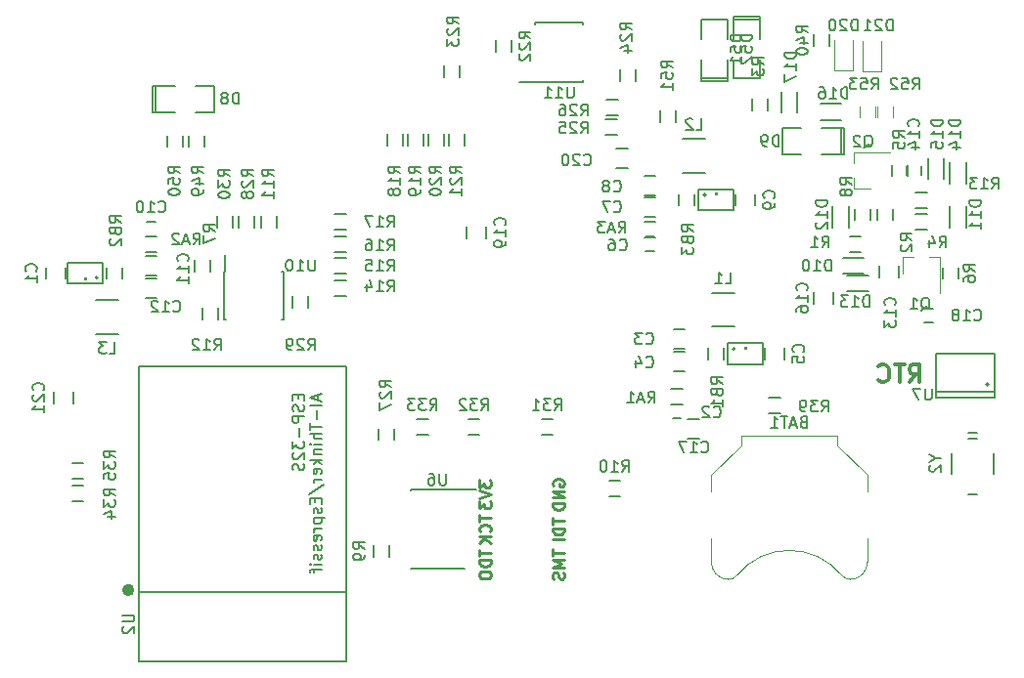
<source format=gbo>
G04 #@! TF.FileFunction,Legend,Bot*
%FSLAX46Y46*%
G04 Gerber Fmt 4.6, Leading zero omitted, Abs format (unit mm)*
G04 Created by KiCad (PCBNEW 4.0.7+dfsg1-1) date Thu Sep 28 11:15:27 2017*
%MOMM*%
%LPD*%
G01*
G04 APERTURE LIST*
%ADD10C,0.100000*%
%ADD11C,0.250000*%
%ADD12C,0.300000*%
%ADD13C,0.150000*%
%ADD14C,0.120000*%
%ADD15C,0.500000*%
%ADD16C,0.037500*%
G04 APERTURE END LIST*
D10*
D11*
X137748381Y-105854286D02*
X137748381Y-106425715D01*
X138748381Y-106140000D02*
X137748381Y-106140000D01*
X138653143Y-107330477D02*
X138700762Y-107282858D01*
X138748381Y-107140001D01*
X138748381Y-107044763D01*
X138700762Y-106901905D01*
X138605524Y-106806667D01*
X138510286Y-106759048D01*
X138319810Y-106711429D01*
X138176952Y-106711429D01*
X137986476Y-106759048D01*
X137891238Y-106806667D01*
X137796000Y-106901905D01*
X137748381Y-107044763D01*
X137748381Y-107140001D01*
X137796000Y-107282858D01*
X137843619Y-107330477D01*
X138748381Y-107759048D02*
X137748381Y-107759048D01*
X138748381Y-108330477D02*
X138176952Y-107901905D01*
X137748381Y-108330477D02*
X138319810Y-107759048D01*
X137748381Y-102853905D02*
X137748381Y-103472953D01*
X138129333Y-103139619D01*
X138129333Y-103282477D01*
X138176952Y-103377715D01*
X138224571Y-103425334D01*
X138319810Y-103472953D01*
X138557905Y-103472953D01*
X138653143Y-103425334D01*
X138700762Y-103377715D01*
X138748381Y-103282477D01*
X138748381Y-102996762D01*
X138700762Y-102901524D01*
X138653143Y-102853905D01*
X137748381Y-103758667D02*
X138748381Y-104092000D01*
X137748381Y-104425334D01*
X137748381Y-104663429D02*
X137748381Y-105282477D01*
X138129333Y-104949143D01*
X138129333Y-105092001D01*
X138176952Y-105187239D01*
X138224571Y-105234858D01*
X138319810Y-105282477D01*
X138557905Y-105282477D01*
X138653143Y-105234858D01*
X138700762Y-105187239D01*
X138748381Y-105092001D01*
X138748381Y-104806286D01*
X138700762Y-104711048D01*
X138653143Y-104663429D01*
X137748381Y-108878476D02*
X137748381Y-109449905D01*
X138748381Y-109164190D02*
X137748381Y-109164190D01*
X138748381Y-109783238D02*
X137748381Y-109783238D01*
X137748381Y-110021333D01*
X137796000Y-110164191D01*
X137891238Y-110259429D01*
X137986476Y-110307048D01*
X138176952Y-110354667D01*
X138319810Y-110354667D01*
X138510286Y-110307048D01*
X138605524Y-110259429D01*
X138700762Y-110164191D01*
X138748381Y-110021333D01*
X138748381Y-109783238D01*
X137748381Y-110973714D02*
X137748381Y-111164191D01*
X137796000Y-111259429D01*
X137891238Y-111354667D01*
X138081714Y-111402286D01*
X138415048Y-111402286D01*
X138605524Y-111354667D01*
X138700762Y-111259429D01*
X138748381Y-111164191D01*
X138748381Y-110973714D01*
X138700762Y-110878476D01*
X138605524Y-110783238D01*
X138415048Y-110735619D01*
X138081714Y-110735619D01*
X137891238Y-110783238D01*
X137796000Y-110878476D01*
X137748381Y-110973714D01*
X144146000Y-103330096D02*
X144098381Y-103234858D01*
X144098381Y-103092001D01*
X144146000Y-102949143D01*
X144241238Y-102853905D01*
X144336476Y-102806286D01*
X144526952Y-102758667D01*
X144669810Y-102758667D01*
X144860286Y-102806286D01*
X144955524Y-102853905D01*
X145050762Y-102949143D01*
X145098381Y-103092001D01*
X145098381Y-103187239D01*
X145050762Y-103330096D01*
X145003143Y-103377715D01*
X144669810Y-103377715D01*
X144669810Y-103187239D01*
X145098381Y-103806286D02*
X144098381Y-103806286D01*
X145098381Y-104377715D01*
X144098381Y-104377715D01*
X145098381Y-104853905D02*
X144098381Y-104853905D01*
X144098381Y-105092000D01*
X144146000Y-105234858D01*
X144241238Y-105330096D01*
X144336476Y-105377715D01*
X144526952Y-105425334D01*
X144669810Y-105425334D01*
X144860286Y-105377715D01*
X144955524Y-105330096D01*
X145050762Y-105234858D01*
X145098381Y-105092000D01*
X145098381Y-104853905D01*
X144098381Y-106116191D02*
X144098381Y-106687620D01*
X145098381Y-106401905D02*
X144098381Y-106401905D01*
X145098381Y-107020953D02*
X144098381Y-107020953D01*
X144098381Y-107259048D01*
X144146000Y-107401906D01*
X144241238Y-107497144D01*
X144336476Y-107544763D01*
X144526952Y-107592382D01*
X144669810Y-107592382D01*
X144860286Y-107544763D01*
X144955524Y-107497144D01*
X145050762Y-107401906D01*
X145098381Y-107259048D01*
X145098381Y-107020953D01*
X145098381Y-108020953D02*
X144098381Y-108020953D01*
X144098381Y-108854667D02*
X144098381Y-109426096D01*
X145098381Y-109140381D02*
X144098381Y-109140381D01*
X145098381Y-109759429D02*
X144098381Y-109759429D01*
X144812667Y-110092763D01*
X144098381Y-110426096D01*
X145098381Y-110426096D01*
X145050762Y-110854667D02*
X145098381Y-110997524D01*
X145098381Y-111235620D01*
X145050762Y-111330858D01*
X145003143Y-111378477D01*
X144907905Y-111426096D01*
X144812667Y-111426096D01*
X144717429Y-111378477D01*
X144669810Y-111330858D01*
X144622190Y-111235620D01*
X144574571Y-111045143D01*
X144526952Y-110949905D01*
X144479333Y-110902286D01*
X144384095Y-110854667D01*
X144288857Y-110854667D01*
X144193619Y-110902286D01*
X144146000Y-110949905D01*
X144098381Y-111045143D01*
X144098381Y-111283239D01*
X144146000Y-111426096D01*
D12*
X174967142Y-94356571D02*
X175467142Y-93642286D01*
X175824285Y-94356571D02*
X175824285Y-92856571D01*
X175252857Y-92856571D01*
X175109999Y-92928000D01*
X175038571Y-92999429D01*
X174967142Y-93142286D01*
X174967142Y-93356571D01*
X175038571Y-93499429D01*
X175109999Y-93570857D01*
X175252857Y-93642286D01*
X175824285Y-93642286D01*
X174538571Y-92856571D02*
X173681428Y-92856571D01*
X174109999Y-94356571D02*
X174109999Y-92856571D01*
X172324285Y-94213714D02*
X172395714Y-94285143D01*
X172610000Y-94356571D01*
X172752857Y-94356571D01*
X172967142Y-94285143D01*
X173110000Y-94142286D01*
X173181428Y-93999429D01*
X173252857Y-93713714D01*
X173252857Y-93499429D01*
X173181428Y-93213714D01*
X173110000Y-93070857D01*
X172967142Y-92928000D01*
X172752857Y-92856571D01*
X172610000Y-92856571D01*
X172395714Y-92928000D01*
X172324285Y-92999429D01*
D13*
X153369000Y-70826000D02*
X153369000Y-71826000D01*
X154719000Y-71826000D02*
X154719000Y-70826000D01*
X159759000Y-62944000D02*
X159759000Y-62690000D01*
X159759000Y-62690000D02*
X162045000Y-62690000D01*
X162045000Y-62690000D02*
X162045000Y-62944000D01*
X159759000Y-62944000D02*
X162045000Y-62944000D01*
X162045000Y-62944000D02*
X162045000Y-64595000D01*
X159759000Y-66373000D02*
X159759000Y-68024000D01*
X159759000Y-68024000D02*
X162045000Y-68024000D01*
X162045000Y-68024000D02*
X162045000Y-66373000D01*
X159759000Y-64595000D02*
X159759000Y-62944000D01*
X159251000Y-68024000D02*
X159251000Y-68278000D01*
X159251000Y-68278000D02*
X156965000Y-68278000D01*
X156965000Y-68278000D02*
X156965000Y-68024000D01*
X159251000Y-68024000D02*
X156965000Y-68024000D01*
X156965000Y-68024000D02*
X156965000Y-66373000D01*
X159251000Y-64595000D02*
X159251000Y-62944000D01*
X159251000Y-62944000D02*
X156965000Y-62944000D01*
X156965000Y-62944000D02*
X156965000Y-64595000D01*
X159251000Y-66373000D02*
X159251000Y-68024000D01*
X157870000Y-89565000D02*
X159870000Y-89565000D01*
X159870000Y-86615000D02*
X157870000Y-86615000D01*
X159886803Y-91500000D02*
G75*
G03X159886803Y-91500000I-111803J0D01*
G01*
X159275000Y-92800000D02*
X162275000Y-92800000D01*
X162275000Y-92800000D02*
X162275000Y-91000000D01*
X162275000Y-91000000D02*
X159275000Y-91000000D01*
X159275000Y-91000000D02*
X159275000Y-92800000D01*
X155330000Y-76230000D02*
X157330000Y-76230000D01*
X157330000Y-73280000D02*
X155330000Y-73280000D01*
X157346803Y-78135000D02*
G75*
G03X157346803Y-78135000I-111803J0D01*
G01*
X156735000Y-79435000D02*
X159735000Y-79435000D01*
X159735000Y-79435000D02*
X159735000Y-77635000D01*
X159735000Y-77635000D02*
X156735000Y-77635000D01*
X156735000Y-77635000D02*
X156735000Y-79435000D01*
X106530000Y-87250000D02*
X104530000Y-87250000D01*
X104530000Y-90200000D02*
X106530000Y-90200000D01*
X104736803Y-85315000D02*
G75*
G03X104736803Y-85315000I-111803J0D01*
G01*
X105125000Y-84015000D02*
X102125000Y-84015000D01*
X102125000Y-84015000D02*
X102125000Y-85815000D01*
X102125000Y-85815000D02*
X105125000Y-85815000D01*
X105125000Y-85815000D02*
X105125000Y-84015000D01*
X100235000Y-85415000D02*
X100235000Y-84415000D01*
X101935000Y-84415000D02*
X101935000Y-85415000D01*
X155560000Y-91480000D02*
X154560000Y-91480000D01*
X154560000Y-89780000D02*
X155560000Y-89780000D01*
X155560000Y-93385000D02*
X154560000Y-93385000D01*
X154560000Y-91685000D02*
X155560000Y-91685000D01*
X164165000Y-91400000D02*
X164165000Y-92400000D01*
X162465000Y-92400000D02*
X162465000Y-91400000D01*
X153020000Y-80050000D02*
X152020000Y-80050000D01*
X152020000Y-78350000D02*
X153020000Y-78350000D01*
X153020000Y-78145000D02*
X152020000Y-78145000D01*
X152020000Y-76445000D02*
X153020000Y-76445000D01*
X161625000Y-78065000D02*
X161625000Y-79065000D01*
X159925000Y-79065000D02*
X159925000Y-78065000D01*
X108840000Y-83430000D02*
X109840000Y-83430000D01*
X109840000Y-85130000D02*
X108840000Y-85130000D01*
X108840000Y-85335000D02*
X109840000Y-85335000D01*
X109840000Y-87035000D02*
X108840000Y-87035000D01*
X109721000Y-70945000D02*
X109467000Y-70945000D01*
X109467000Y-70945000D02*
X109467000Y-68659000D01*
X109467000Y-68659000D02*
X109721000Y-68659000D01*
X109721000Y-70945000D02*
X109721000Y-68659000D01*
X109721000Y-68659000D02*
X111372000Y-68659000D01*
X113150000Y-70945000D02*
X114801000Y-70945000D01*
X114801000Y-70945000D02*
X114801000Y-68659000D01*
X114801000Y-68659000D02*
X113150000Y-68659000D01*
X111372000Y-70945000D02*
X109721000Y-70945000D01*
X169030000Y-72342000D02*
X169284000Y-72342000D01*
X169284000Y-72342000D02*
X169284000Y-74628000D01*
X169284000Y-74628000D02*
X169030000Y-74628000D01*
X169030000Y-72342000D02*
X169030000Y-74628000D01*
X169030000Y-74628000D02*
X167379000Y-74628000D01*
X165601000Y-72342000D02*
X163950000Y-72342000D01*
X163950000Y-72342000D02*
X163950000Y-74628000D01*
X163950000Y-74628000D02*
X165601000Y-74628000D01*
X167379000Y-72342000D02*
X169030000Y-72342000D01*
X181857000Y-94567000D02*
G75*
G03X181857000Y-94567000I-127000J0D01*
G01*
X182365000Y-95202000D02*
X177285000Y-95202000D01*
X182365000Y-91900000D02*
X177285000Y-91900000D01*
X182365000Y-95710000D02*
X177285000Y-95710000D01*
X182365000Y-95710000D02*
X182365000Y-91900000D01*
X177285000Y-95710000D02*
X177285000Y-91900000D01*
X174071000Y-84288000D02*
X174071000Y-85288000D01*
X172371000Y-85288000D02*
X172371000Y-84288000D01*
X169200000Y-83580000D02*
X171000000Y-83580000D01*
X169200000Y-84980000D02*
X171000000Y-84980000D01*
X178490000Y-80935000D02*
X178490000Y-79135000D01*
X179890000Y-80935000D02*
X179890000Y-79135000D01*
X177985000Y-74925000D02*
X177985000Y-76725000D01*
X176585000Y-74925000D02*
X176585000Y-76725000D01*
X168330000Y-80935000D02*
X168330000Y-79135000D01*
X169730000Y-80935000D02*
X169730000Y-79135000D01*
D14*
X174435000Y-83520000D02*
X175365000Y-83520000D01*
X177595000Y-83520000D02*
X176665000Y-83520000D01*
X177595000Y-83520000D02*
X177595000Y-86680000D01*
X174435000Y-83520000D02*
X174435000Y-84980000D01*
X170175000Y-77605000D02*
X170175000Y-76675000D01*
X170175000Y-74445000D02*
X170175000Y-75375000D01*
X170175000Y-74445000D02*
X173335000Y-74445000D01*
X170175000Y-77605000D02*
X171635000Y-77605000D01*
D13*
X154510000Y-97510000D02*
X155210000Y-97510000D01*
X155210000Y-96310000D02*
X154510000Y-96310000D01*
X152170000Y-82975000D02*
X152870000Y-82975000D01*
X152870000Y-81775000D02*
X152170000Y-81775000D01*
X109690000Y-80505000D02*
X108990000Y-80505000D01*
X108990000Y-81705000D02*
X109690000Y-81705000D01*
X174780000Y-75675000D02*
X174780000Y-76375000D01*
X175980000Y-76375000D02*
X175980000Y-75675000D01*
X170800000Y-81700000D02*
X169800000Y-81700000D01*
X169800000Y-83050000D02*
X170800000Y-83050000D01*
X172165000Y-79335000D02*
X172165000Y-80335000D01*
X173515000Y-80335000D02*
X173515000Y-79335000D01*
X175515000Y-81145000D02*
X176515000Y-81145000D01*
X176515000Y-79795000D02*
X175515000Y-79795000D01*
X174785000Y-76525000D02*
X174785000Y-75525000D01*
X173435000Y-75525000D02*
X173435000Y-76525000D01*
X179230000Y-85415000D02*
X179230000Y-84415000D01*
X177880000Y-84415000D02*
X177880000Y-85415000D01*
X114460000Y-84780000D02*
X114460000Y-83780000D01*
X113110000Y-83780000D02*
X113110000Y-84780000D01*
X170260000Y-79335000D02*
X170260000Y-80335000D01*
X171610000Y-80335000D02*
X171610000Y-79335000D01*
X129955000Y-109500000D02*
X129955000Y-108500000D01*
X128605000Y-108500000D02*
X128605000Y-109500000D01*
X148972000Y-104259000D02*
X149972000Y-104259000D01*
X149972000Y-102909000D02*
X148972000Y-102909000D01*
X175515000Y-79240000D02*
X176515000Y-79240000D01*
X176515000Y-77890000D02*
X175515000Y-77890000D01*
X155360000Y-94965000D02*
X154360000Y-94965000D01*
X154360000Y-96315000D02*
X155360000Y-96315000D01*
X108840000Y-83050000D02*
X109840000Y-83050000D01*
X109840000Y-81700000D02*
X108840000Y-81700000D01*
X153020000Y-80430000D02*
X152020000Y-80430000D01*
X152020000Y-81780000D02*
X153020000Y-81780000D01*
X158910000Y-92400000D02*
X158910000Y-91400000D01*
X157560000Y-91400000D02*
X157560000Y-92400000D01*
X105490000Y-84415000D02*
X105490000Y-85415000D01*
X106840000Y-85415000D02*
X106840000Y-84415000D01*
X156370000Y-79065000D02*
X156370000Y-78065000D01*
X155020000Y-78065000D02*
X155020000Y-79065000D01*
X125182000Y-86860000D02*
X126182000Y-86860000D01*
X126182000Y-85510000D02*
X125182000Y-85510000D01*
X125182000Y-84954000D02*
X126182000Y-84954000D01*
X126182000Y-83604000D02*
X125182000Y-83604000D01*
X125182000Y-83050000D02*
X126182000Y-83050000D01*
X126182000Y-81700000D02*
X125182000Y-81700000D01*
X125182000Y-81145000D02*
X126182000Y-81145000D01*
X126182000Y-79795000D02*
X125182000Y-79795000D01*
X129747000Y-72858000D02*
X129747000Y-73858000D01*
X131097000Y-73858000D02*
X131097000Y-72858000D01*
X131525000Y-72858000D02*
X131525000Y-73858000D01*
X132875000Y-73858000D02*
X132875000Y-72858000D01*
X133303000Y-72858000D02*
X133303000Y-73858000D01*
X134653000Y-73858000D02*
X134653000Y-72858000D01*
X135081000Y-72858000D02*
X135081000Y-73858000D01*
X136431000Y-73858000D02*
X136431000Y-72858000D01*
X115655000Y-84745000D02*
X115705000Y-84745000D01*
X115655000Y-88895000D02*
X115800000Y-88895000D01*
X120805000Y-88895000D02*
X120660000Y-88895000D01*
X120805000Y-84745000D02*
X120660000Y-84745000D01*
X115655000Y-84745000D02*
X115655000Y-88895000D01*
X120805000Y-84745000D02*
X120805000Y-88895000D01*
X115705000Y-84745000D02*
X115705000Y-83345000D01*
X176300000Y-89198000D02*
X177000000Y-89198000D01*
X177000000Y-87998000D02*
X176300000Y-87998000D01*
X142605000Y-68375000D02*
X142605000Y-68325000D01*
X146755000Y-68375000D02*
X146755000Y-68230000D01*
X146755000Y-63225000D02*
X146755000Y-63370000D01*
X142605000Y-63225000D02*
X142605000Y-63370000D01*
X142605000Y-68375000D02*
X146755000Y-68375000D01*
X142605000Y-63225000D02*
X146755000Y-63225000D01*
X142605000Y-68325000D02*
X141205000Y-68325000D01*
X171400000Y-86504000D02*
X169600000Y-86504000D01*
X171400000Y-85104000D02*
X169600000Y-85104000D01*
X178490000Y-77125000D02*
X178490000Y-75325000D01*
X179890000Y-77125000D02*
X179890000Y-75325000D01*
D15*
X107638415Y-112384338D02*
G75*
G03X107638415Y-112384338I-283981J0D01*
G01*
D13*
X126260434Y-112530338D02*
X108260434Y-112530338D01*
X108260434Y-118530338D02*
X108260434Y-93030338D01*
X126260434Y-118530338D02*
X126260434Y-93030338D01*
X126260434Y-93030338D02*
X108260434Y-93030338D01*
X126260434Y-118530338D02*
X108260434Y-118530338D01*
X167295000Y-70245000D02*
X169095000Y-70245000D01*
X167295000Y-71645000D02*
X169095000Y-71645000D01*
X165285000Y-69210000D02*
X165285000Y-71010000D01*
X163885000Y-69210000D02*
X163885000Y-71010000D01*
X161370000Y-69810000D02*
X161370000Y-70810000D01*
X162720000Y-70810000D02*
X162720000Y-69810000D01*
X139145000Y-64730000D02*
X139145000Y-65730000D01*
X140495000Y-65730000D02*
X140495000Y-64730000D01*
X134700000Y-66932000D02*
X134700000Y-67932000D01*
X136050000Y-67932000D02*
X136050000Y-66932000D01*
X149940000Y-67270000D02*
X149940000Y-68270000D01*
X151290000Y-68270000D02*
X151290000Y-67270000D01*
X148675000Y-72890000D02*
X149675000Y-72890000D01*
X149675000Y-71540000D02*
X148675000Y-71540000D01*
X148780000Y-71275000D02*
X149780000Y-71275000D01*
X149780000Y-69925000D02*
X148780000Y-69925000D01*
X131780000Y-103690000D02*
X131780000Y-103790000D01*
X131780000Y-110515000D02*
X131780000Y-110490000D01*
X136430000Y-110515000D02*
X136430000Y-110490000D01*
X137505000Y-103690000D02*
X131780000Y-103690000D01*
X136430000Y-110515000D02*
X131780000Y-110515000D01*
X120175000Y-80970000D02*
X120175000Y-79970000D01*
X118825000Y-79970000D02*
X118825000Y-80970000D01*
X113805000Y-87900000D02*
X113805000Y-88900000D01*
X115155000Y-88900000D02*
X115155000Y-87900000D01*
X128985000Y-98385000D02*
X128985000Y-99385000D01*
X130335000Y-99385000D02*
X130335000Y-98385000D01*
X118270000Y-80970000D02*
X118270000Y-79970000D01*
X116920000Y-79970000D02*
X116920000Y-80970000D01*
X122955000Y-87900000D02*
X122955000Y-86900000D01*
X121605000Y-86900000D02*
X121605000Y-87900000D01*
X116365000Y-80970000D02*
X116365000Y-79970000D01*
X115015000Y-79970000D02*
X115015000Y-80970000D01*
X143130000Y-98925000D02*
X144130000Y-98925000D01*
X144130000Y-97575000D02*
X143130000Y-97575000D01*
X136780000Y-98925000D02*
X137780000Y-98925000D01*
X137780000Y-97575000D02*
X136780000Y-97575000D01*
X132335000Y-98925000D02*
X133335000Y-98925000D01*
X133335000Y-97575000D02*
X132335000Y-97575000D01*
X103490000Y-103290000D02*
X102490000Y-103290000D01*
X102490000Y-104640000D02*
X103490000Y-104640000D01*
X180079000Y-99266000D02*
X180841000Y-99266000D01*
X182260000Y-100525000D02*
X182260000Y-102325000D01*
X180860000Y-104125000D02*
X180060000Y-104125000D01*
X178660000Y-102325000D02*
X178660000Y-100525000D01*
X180060000Y-98725000D02*
X180860000Y-98725000D01*
X103490000Y-101385000D02*
X102490000Y-101385000D01*
X102490000Y-102735000D02*
X103490000Y-102735000D01*
X168356000Y-86574000D02*
X168356000Y-87574000D01*
X166656000Y-87574000D02*
X166656000Y-86574000D01*
X162815000Y-97020000D02*
X163815000Y-97020000D01*
X163815000Y-95670000D02*
X162815000Y-95670000D01*
X166704000Y-64222000D02*
X166704000Y-65222000D01*
X168054000Y-65222000D02*
X168054000Y-64222000D01*
X156780000Y-99250000D02*
X155780000Y-99250000D01*
X155780000Y-97550000D02*
X156780000Y-97550000D01*
X138330000Y-80900000D02*
X138330000Y-81900000D01*
X136630000Y-81900000D02*
X136630000Y-80900000D01*
X149580000Y-74150000D02*
X150580000Y-74150000D01*
X150580000Y-75850000D02*
X149580000Y-75850000D01*
X100870000Y-96210000D02*
X100870000Y-95210000D01*
X102570000Y-95210000D02*
X102570000Y-96210000D01*
X112602000Y-72985000D02*
X112602000Y-73985000D01*
X113952000Y-73985000D02*
X113952000Y-72985000D01*
X110697000Y-72985000D02*
X110697000Y-73985000D01*
X112047000Y-73985000D02*
X112047000Y-72985000D01*
D14*
X170084000Y-67338000D02*
X168484000Y-67338000D01*
X168484000Y-67338000D02*
X168484000Y-64738000D01*
X170084000Y-67338000D02*
X170084000Y-64738000D01*
X172497000Y-67431000D02*
X170897000Y-67431000D01*
X170897000Y-67431000D02*
X170897000Y-64831000D01*
X172497000Y-67431000D02*
X172497000Y-64831000D01*
X172160000Y-70445000D02*
X172160000Y-71445000D01*
X173520000Y-71445000D02*
X173520000Y-70445000D01*
X170636000Y-70445000D02*
X170636000Y-71445000D01*
X171996000Y-71445000D02*
X171996000Y-70445000D01*
X159170385Y-111454160D02*
G75*
G03X160085000Y-111070000I124615J984160D01*
G01*
X169999615Y-111454160D02*
G75*
G02X169085000Y-111070000I-124615J984160D01*
G01*
X160094339Y-111058671D02*
G75*
G02X169085000Y-111070000I4490661J-3711329D01*
G01*
X157835000Y-109920000D02*
G75*
G03X159285000Y-111470000I1500000J-50000D01*
G01*
X171335000Y-109920000D02*
G75*
G02X169885000Y-111470000I-1500000J-50000D01*
G01*
X157835000Y-107870000D02*
X157835000Y-109970000D01*
X171335000Y-107870000D02*
X171335000Y-109970000D01*
X171335000Y-103870000D02*
X171335000Y-102420000D01*
X171335000Y-102420000D02*
X168735000Y-99820000D01*
X168735000Y-99820000D02*
X168735000Y-99020000D01*
X168735000Y-99020000D02*
X160435000Y-99020000D01*
X160435000Y-99020000D02*
X160435000Y-99820000D01*
X160435000Y-99820000D02*
X157835000Y-102420000D01*
X157835000Y-102420000D02*
X157835000Y-103870000D01*
D13*
X154496381Y-67127143D02*
X154020190Y-66793809D01*
X154496381Y-66555714D02*
X153496381Y-66555714D01*
X153496381Y-66936667D01*
X153544000Y-67031905D01*
X153591619Y-67079524D01*
X153686857Y-67127143D01*
X153829714Y-67127143D01*
X153924952Y-67079524D01*
X153972571Y-67031905D01*
X154020190Y-66936667D01*
X154020190Y-66555714D01*
X153496381Y-68031905D02*
X153496381Y-67555714D01*
X153972571Y-67508095D01*
X153924952Y-67555714D01*
X153877333Y-67650952D01*
X153877333Y-67889048D01*
X153924952Y-67984286D01*
X153972571Y-68031905D01*
X154067810Y-68079524D01*
X154305905Y-68079524D01*
X154401143Y-68031905D01*
X154448762Y-67984286D01*
X154496381Y-67889048D01*
X154496381Y-67650952D01*
X154448762Y-67555714D01*
X154401143Y-67508095D01*
X154496381Y-69031905D02*
X154496381Y-68460476D01*
X154496381Y-68746190D02*
X153496381Y-68746190D01*
X153639238Y-68650952D01*
X153734476Y-68555714D01*
X153782095Y-68460476D01*
X161354381Y-64269714D02*
X160354381Y-64269714D01*
X160354381Y-64507809D01*
X160402000Y-64650667D01*
X160497238Y-64745905D01*
X160592476Y-64793524D01*
X160782952Y-64841143D01*
X160925810Y-64841143D01*
X161116286Y-64793524D01*
X161211524Y-64745905D01*
X161306762Y-64650667D01*
X161354381Y-64507809D01*
X161354381Y-64269714D01*
X160354381Y-65745905D02*
X160354381Y-65269714D01*
X160830571Y-65222095D01*
X160782952Y-65269714D01*
X160735333Y-65364952D01*
X160735333Y-65603048D01*
X160782952Y-65698286D01*
X160830571Y-65745905D01*
X160925810Y-65793524D01*
X161163905Y-65793524D01*
X161259143Y-65745905D01*
X161306762Y-65698286D01*
X161354381Y-65603048D01*
X161354381Y-65364952D01*
X161306762Y-65269714D01*
X161259143Y-65222095D01*
X160449619Y-66174476D02*
X160402000Y-66222095D01*
X160354381Y-66317333D01*
X160354381Y-66555429D01*
X160402000Y-66650667D01*
X160449619Y-66698286D01*
X160544857Y-66745905D01*
X160640095Y-66745905D01*
X160782952Y-66698286D01*
X161354381Y-66126857D01*
X161354381Y-66745905D01*
X160465381Y-64269714D02*
X159465381Y-64269714D01*
X159465381Y-64507809D01*
X159513000Y-64650667D01*
X159608238Y-64745905D01*
X159703476Y-64793524D01*
X159893952Y-64841143D01*
X160036810Y-64841143D01*
X160227286Y-64793524D01*
X160322524Y-64745905D01*
X160417762Y-64650667D01*
X160465381Y-64507809D01*
X160465381Y-64269714D01*
X159465381Y-65745905D02*
X159465381Y-65269714D01*
X159941571Y-65222095D01*
X159893952Y-65269714D01*
X159846333Y-65364952D01*
X159846333Y-65603048D01*
X159893952Y-65698286D01*
X159941571Y-65745905D01*
X160036810Y-65793524D01*
X160274905Y-65793524D01*
X160370143Y-65745905D01*
X160417762Y-65698286D01*
X160465381Y-65603048D01*
X160465381Y-65364952D01*
X160417762Y-65269714D01*
X160370143Y-65222095D01*
X160465381Y-66745905D02*
X160465381Y-66174476D01*
X160465381Y-66460190D02*
X159465381Y-66460190D01*
X159608238Y-66364952D01*
X159703476Y-66269714D01*
X159751095Y-66174476D01*
X159036666Y-85842381D02*
X159512857Y-85842381D01*
X159512857Y-84842381D01*
X158179523Y-85842381D02*
X158750952Y-85842381D01*
X158465238Y-85842381D02*
X158465238Y-84842381D01*
X158560476Y-84985238D01*
X158655714Y-85080476D01*
X158750952Y-85128095D01*
D16*
X160889286Y-91317857D02*
X160889286Y-91439286D01*
X160882143Y-91453571D01*
X160875000Y-91460714D01*
X160860714Y-91467857D01*
X160832143Y-91467857D01*
X160817857Y-91460714D01*
X160810714Y-91453571D01*
X160803571Y-91439286D01*
X160803571Y-91317857D01*
X160746428Y-91317857D02*
X160653571Y-91317857D01*
X160703571Y-91375000D01*
X160682143Y-91375000D01*
X160667857Y-91382143D01*
X160660714Y-91389286D01*
X160653571Y-91403571D01*
X160653571Y-91439286D01*
X160660714Y-91453571D01*
X160667857Y-91460714D01*
X160682143Y-91467857D01*
X160725000Y-91467857D01*
X160739286Y-91460714D01*
X160746428Y-91453571D01*
D13*
X156496666Y-72507381D02*
X156972857Y-72507381D01*
X156972857Y-71507381D01*
X156210952Y-71602619D02*
X156163333Y-71555000D01*
X156068095Y-71507381D01*
X155829999Y-71507381D01*
X155734761Y-71555000D01*
X155687142Y-71602619D01*
X155639523Y-71697857D01*
X155639523Y-71793095D01*
X155687142Y-71935952D01*
X156258571Y-72507381D01*
X155639523Y-72507381D01*
D16*
X158349286Y-77952857D02*
X158349286Y-78074286D01*
X158342143Y-78088571D01*
X158335000Y-78095714D01*
X158320714Y-78102857D01*
X158292143Y-78102857D01*
X158277857Y-78095714D01*
X158270714Y-78088571D01*
X158263571Y-78074286D01*
X158263571Y-77952857D01*
X158127857Y-78002857D02*
X158127857Y-78102857D01*
X158163571Y-77945714D02*
X158199286Y-78052857D01*
X158106428Y-78052857D01*
D13*
X105696666Y-91877381D02*
X106172857Y-91877381D01*
X106172857Y-90877381D01*
X105458571Y-90877381D02*
X104839523Y-90877381D01*
X105172857Y-91258333D01*
X105029999Y-91258333D01*
X104934761Y-91305952D01*
X104887142Y-91353571D01*
X104839523Y-91448810D01*
X104839523Y-91686905D01*
X104887142Y-91782143D01*
X104934761Y-91829762D01*
X105029999Y-91877381D01*
X105315714Y-91877381D01*
X105410952Y-91829762D01*
X105458571Y-91782143D01*
D16*
X103739286Y-85332857D02*
X103739286Y-85454286D01*
X103732143Y-85468571D01*
X103725000Y-85475714D01*
X103710714Y-85482857D01*
X103682143Y-85482857D01*
X103667857Y-85475714D01*
X103660714Y-85468571D01*
X103653571Y-85454286D01*
X103653571Y-85332857D01*
X103510714Y-85332857D02*
X103582143Y-85332857D01*
X103589286Y-85404286D01*
X103582143Y-85397143D01*
X103567857Y-85390000D01*
X103532143Y-85390000D01*
X103517857Y-85397143D01*
X103510714Y-85404286D01*
X103503571Y-85418571D01*
X103503571Y-85454286D01*
X103510714Y-85468571D01*
X103517857Y-85475714D01*
X103532143Y-85482857D01*
X103567857Y-85482857D01*
X103582143Y-85475714D01*
X103589286Y-85468571D01*
D13*
X99342143Y-84748334D02*
X99389762Y-84700715D01*
X99437381Y-84557858D01*
X99437381Y-84462620D01*
X99389762Y-84319762D01*
X99294524Y-84224524D01*
X99199286Y-84176905D01*
X99008810Y-84129286D01*
X98865952Y-84129286D01*
X98675476Y-84176905D01*
X98580238Y-84224524D01*
X98485000Y-84319762D01*
X98437381Y-84462620D01*
X98437381Y-84557858D01*
X98485000Y-84700715D01*
X98532619Y-84748334D01*
X99437381Y-85700715D02*
X99437381Y-85129286D01*
X99437381Y-85415000D02*
X98437381Y-85415000D01*
X98580238Y-85319762D01*
X98675476Y-85224524D01*
X98723095Y-85129286D01*
X152178666Y-90987143D02*
X152226285Y-91034762D01*
X152369142Y-91082381D01*
X152464380Y-91082381D01*
X152607238Y-91034762D01*
X152702476Y-90939524D01*
X152750095Y-90844286D01*
X152797714Y-90653810D01*
X152797714Y-90510952D01*
X152750095Y-90320476D01*
X152702476Y-90225238D01*
X152607238Y-90130000D01*
X152464380Y-90082381D01*
X152369142Y-90082381D01*
X152226285Y-90130000D01*
X152178666Y-90177619D01*
X151845333Y-90082381D02*
X151226285Y-90082381D01*
X151559619Y-90463333D01*
X151416761Y-90463333D01*
X151321523Y-90510952D01*
X151273904Y-90558571D01*
X151226285Y-90653810D01*
X151226285Y-90891905D01*
X151273904Y-90987143D01*
X151321523Y-91034762D01*
X151416761Y-91082381D01*
X151702476Y-91082381D01*
X151797714Y-91034762D01*
X151845333Y-90987143D01*
X152178666Y-93019143D02*
X152226285Y-93066762D01*
X152369142Y-93114381D01*
X152464380Y-93114381D01*
X152607238Y-93066762D01*
X152702476Y-92971524D01*
X152750095Y-92876286D01*
X152797714Y-92685810D01*
X152797714Y-92542952D01*
X152750095Y-92352476D01*
X152702476Y-92257238D01*
X152607238Y-92162000D01*
X152464380Y-92114381D01*
X152369142Y-92114381D01*
X152226285Y-92162000D01*
X152178666Y-92209619D01*
X151321523Y-92447714D02*
X151321523Y-93114381D01*
X151559619Y-92066762D02*
X151797714Y-92781048D01*
X151178666Y-92781048D01*
X165772143Y-91733334D02*
X165819762Y-91685715D01*
X165867381Y-91542858D01*
X165867381Y-91447620D01*
X165819762Y-91304762D01*
X165724524Y-91209524D01*
X165629286Y-91161905D01*
X165438810Y-91114286D01*
X165295952Y-91114286D01*
X165105476Y-91161905D01*
X165010238Y-91209524D01*
X164915000Y-91304762D01*
X164867381Y-91447620D01*
X164867381Y-91542858D01*
X164915000Y-91685715D01*
X164962619Y-91733334D01*
X164867381Y-92638096D02*
X164867381Y-92161905D01*
X165343571Y-92114286D01*
X165295952Y-92161905D01*
X165248333Y-92257143D01*
X165248333Y-92495239D01*
X165295952Y-92590477D01*
X165343571Y-92638096D01*
X165438810Y-92685715D01*
X165676905Y-92685715D01*
X165772143Y-92638096D01*
X165819762Y-92590477D01*
X165867381Y-92495239D01*
X165867381Y-92257143D01*
X165819762Y-92161905D01*
X165772143Y-92114286D01*
X149384666Y-79557143D02*
X149432285Y-79604762D01*
X149575142Y-79652381D01*
X149670380Y-79652381D01*
X149813238Y-79604762D01*
X149908476Y-79509524D01*
X149956095Y-79414286D01*
X150003714Y-79223810D01*
X150003714Y-79080952D01*
X149956095Y-78890476D01*
X149908476Y-78795238D01*
X149813238Y-78700000D01*
X149670380Y-78652381D01*
X149575142Y-78652381D01*
X149432285Y-78700000D01*
X149384666Y-78747619D01*
X149051333Y-78652381D02*
X148384666Y-78652381D01*
X148813238Y-79652381D01*
X149384666Y-77779143D02*
X149432285Y-77826762D01*
X149575142Y-77874381D01*
X149670380Y-77874381D01*
X149813238Y-77826762D01*
X149908476Y-77731524D01*
X149956095Y-77636286D01*
X150003714Y-77445810D01*
X150003714Y-77302952D01*
X149956095Y-77112476D01*
X149908476Y-77017238D01*
X149813238Y-76922000D01*
X149670380Y-76874381D01*
X149575142Y-76874381D01*
X149432285Y-76922000D01*
X149384666Y-76969619D01*
X148813238Y-77302952D02*
X148908476Y-77255333D01*
X148956095Y-77207714D01*
X149003714Y-77112476D01*
X149003714Y-77064857D01*
X148956095Y-76969619D01*
X148908476Y-76922000D01*
X148813238Y-76874381D01*
X148622761Y-76874381D01*
X148527523Y-76922000D01*
X148479904Y-76969619D01*
X148432285Y-77064857D01*
X148432285Y-77112476D01*
X148479904Y-77207714D01*
X148527523Y-77255333D01*
X148622761Y-77302952D01*
X148813238Y-77302952D01*
X148908476Y-77350571D01*
X148956095Y-77398190D01*
X149003714Y-77493429D01*
X149003714Y-77683905D01*
X148956095Y-77779143D01*
X148908476Y-77826762D01*
X148813238Y-77874381D01*
X148622761Y-77874381D01*
X148527523Y-77826762D01*
X148479904Y-77779143D01*
X148432285Y-77683905D01*
X148432285Y-77493429D01*
X148479904Y-77398190D01*
X148527523Y-77350571D01*
X148622761Y-77302952D01*
X163232143Y-78398334D02*
X163279762Y-78350715D01*
X163327381Y-78207858D01*
X163327381Y-78112620D01*
X163279762Y-77969762D01*
X163184524Y-77874524D01*
X163089286Y-77826905D01*
X162898810Y-77779286D01*
X162755952Y-77779286D01*
X162565476Y-77826905D01*
X162470238Y-77874524D01*
X162375000Y-77969762D01*
X162327381Y-78112620D01*
X162327381Y-78207858D01*
X162375000Y-78350715D01*
X162422619Y-78398334D01*
X163327381Y-78874524D02*
X163327381Y-79065000D01*
X163279762Y-79160239D01*
X163232143Y-79207858D01*
X163089286Y-79303096D01*
X162898810Y-79350715D01*
X162517857Y-79350715D01*
X162422619Y-79303096D01*
X162375000Y-79255477D01*
X162327381Y-79160239D01*
X162327381Y-78969762D01*
X162375000Y-78874524D01*
X162422619Y-78826905D01*
X162517857Y-78779286D01*
X162755952Y-78779286D01*
X162851190Y-78826905D01*
X162898810Y-78874524D01*
X162946429Y-78969762D01*
X162946429Y-79160239D01*
X162898810Y-79255477D01*
X162851190Y-79303096D01*
X162755952Y-79350715D01*
X112491143Y-83891143D02*
X112538762Y-83843524D01*
X112586381Y-83700667D01*
X112586381Y-83605429D01*
X112538762Y-83462571D01*
X112443524Y-83367333D01*
X112348286Y-83319714D01*
X112157810Y-83272095D01*
X112014952Y-83272095D01*
X111824476Y-83319714D01*
X111729238Y-83367333D01*
X111634000Y-83462571D01*
X111586381Y-83605429D01*
X111586381Y-83700667D01*
X111634000Y-83843524D01*
X111681619Y-83891143D01*
X112586381Y-84843524D02*
X112586381Y-84272095D01*
X112586381Y-84557809D02*
X111586381Y-84557809D01*
X111729238Y-84462571D01*
X111824476Y-84367333D01*
X111872095Y-84272095D01*
X112586381Y-85795905D02*
X112586381Y-85224476D01*
X112586381Y-85510190D02*
X111586381Y-85510190D01*
X111729238Y-85414952D01*
X111824476Y-85319714D01*
X111872095Y-85224476D01*
X111252857Y-88193143D02*
X111300476Y-88240762D01*
X111443333Y-88288381D01*
X111538571Y-88288381D01*
X111681429Y-88240762D01*
X111776667Y-88145524D01*
X111824286Y-88050286D01*
X111871905Y-87859810D01*
X111871905Y-87716952D01*
X111824286Y-87526476D01*
X111776667Y-87431238D01*
X111681429Y-87336000D01*
X111538571Y-87288381D01*
X111443333Y-87288381D01*
X111300476Y-87336000D01*
X111252857Y-87383619D01*
X110300476Y-88288381D02*
X110871905Y-88288381D01*
X110586191Y-88288381D02*
X110586191Y-87288381D01*
X110681429Y-87431238D01*
X110776667Y-87526476D01*
X110871905Y-87574095D01*
X109919524Y-87383619D02*
X109871905Y-87336000D01*
X109776667Y-87288381D01*
X109538571Y-87288381D01*
X109443333Y-87336000D01*
X109395714Y-87383619D01*
X109348095Y-87478857D01*
X109348095Y-87574095D01*
X109395714Y-87716952D01*
X109967143Y-88288381D01*
X109348095Y-88288381D01*
X116936095Y-70254381D02*
X116936095Y-69254381D01*
X116698000Y-69254381D01*
X116555142Y-69302000D01*
X116459904Y-69397238D01*
X116412285Y-69492476D01*
X116364666Y-69682952D01*
X116364666Y-69825810D01*
X116412285Y-70016286D01*
X116459904Y-70111524D01*
X116555142Y-70206762D01*
X116698000Y-70254381D01*
X116936095Y-70254381D01*
X115793238Y-69682952D02*
X115888476Y-69635333D01*
X115936095Y-69587714D01*
X115983714Y-69492476D01*
X115983714Y-69444857D01*
X115936095Y-69349619D01*
X115888476Y-69302000D01*
X115793238Y-69254381D01*
X115602761Y-69254381D01*
X115507523Y-69302000D01*
X115459904Y-69349619D01*
X115412285Y-69444857D01*
X115412285Y-69492476D01*
X115459904Y-69587714D01*
X115507523Y-69635333D01*
X115602761Y-69682952D01*
X115793238Y-69682952D01*
X115888476Y-69730571D01*
X115936095Y-69778190D01*
X115983714Y-69873429D01*
X115983714Y-70063905D01*
X115936095Y-70159143D01*
X115888476Y-70206762D01*
X115793238Y-70254381D01*
X115602761Y-70254381D01*
X115507523Y-70206762D01*
X115459904Y-70159143D01*
X115412285Y-70063905D01*
X115412285Y-69873429D01*
X115459904Y-69778190D01*
X115507523Y-69730571D01*
X115602761Y-69682952D01*
X163672095Y-73937381D02*
X163672095Y-72937381D01*
X163434000Y-72937381D01*
X163291142Y-72985000D01*
X163195904Y-73080238D01*
X163148285Y-73175476D01*
X163100666Y-73365952D01*
X163100666Y-73508810D01*
X163148285Y-73699286D01*
X163195904Y-73794524D01*
X163291142Y-73889762D01*
X163434000Y-73937381D01*
X163672095Y-73937381D01*
X162624476Y-73937381D02*
X162434000Y-73937381D01*
X162338761Y-73889762D01*
X162291142Y-73842143D01*
X162195904Y-73699286D01*
X162148285Y-73508810D01*
X162148285Y-73127857D01*
X162195904Y-73032619D01*
X162243523Y-72985000D01*
X162338761Y-72937381D01*
X162529238Y-72937381D01*
X162624476Y-72985000D01*
X162672095Y-73032619D01*
X162719714Y-73127857D01*
X162719714Y-73365952D01*
X162672095Y-73461190D01*
X162624476Y-73508810D01*
X162529238Y-73556429D01*
X162338761Y-73556429D01*
X162243523Y-73508810D01*
X162195904Y-73461190D01*
X162148285Y-73365952D01*
X176903905Y-94908381D02*
X176903905Y-95717905D01*
X176856286Y-95813143D01*
X176808667Y-95860762D01*
X176713429Y-95908381D01*
X176522952Y-95908381D01*
X176427714Y-95860762D01*
X176380095Y-95813143D01*
X176332476Y-95717905D01*
X176332476Y-94908381D01*
X175951524Y-94908381D02*
X175284857Y-94908381D01*
X175713429Y-95908381D01*
X173705143Y-87701143D02*
X173752762Y-87653524D01*
X173800381Y-87510667D01*
X173800381Y-87415429D01*
X173752762Y-87272571D01*
X173657524Y-87177333D01*
X173562286Y-87129714D01*
X173371810Y-87082095D01*
X173228952Y-87082095D01*
X173038476Y-87129714D01*
X172943238Y-87177333D01*
X172848000Y-87272571D01*
X172800381Y-87415429D01*
X172800381Y-87510667D01*
X172848000Y-87653524D01*
X172895619Y-87701143D01*
X173800381Y-88653524D02*
X173800381Y-88082095D01*
X173800381Y-88367809D02*
X172800381Y-88367809D01*
X172943238Y-88272571D01*
X173038476Y-88177333D01*
X173086095Y-88082095D01*
X172800381Y-88986857D02*
X172800381Y-89605905D01*
X173181333Y-89272571D01*
X173181333Y-89415429D01*
X173228952Y-89510667D01*
X173276571Y-89558286D01*
X173371810Y-89605905D01*
X173609905Y-89605905D01*
X173705143Y-89558286D01*
X173752762Y-89510667D01*
X173800381Y-89415429D01*
X173800381Y-89129714D01*
X173752762Y-89034476D01*
X173705143Y-88986857D01*
X168212286Y-84732381D02*
X168212286Y-83732381D01*
X167974191Y-83732381D01*
X167831333Y-83780000D01*
X167736095Y-83875238D01*
X167688476Y-83970476D01*
X167640857Y-84160952D01*
X167640857Y-84303810D01*
X167688476Y-84494286D01*
X167736095Y-84589524D01*
X167831333Y-84684762D01*
X167974191Y-84732381D01*
X168212286Y-84732381D01*
X166688476Y-84732381D02*
X167259905Y-84732381D01*
X166974191Y-84732381D02*
X166974191Y-83732381D01*
X167069429Y-83875238D01*
X167164667Y-83970476D01*
X167259905Y-84018095D01*
X166069429Y-83732381D02*
X165974190Y-83732381D01*
X165878952Y-83780000D01*
X165831333Y-83827619D01*
X165783714Y-83922857D01*
X165736095Y-84113333D01*
X165736095Y-84351429D01*
X165783714Y-84541905D01*
X165831333Y-84637143D01*
X165878952Y-84684762D01*
X165974190Y-84732381D01*
X166069429Y-84732381D01*
X166164667Y-84684762D01*
X166212286Y-84637143D01*
X166259905Y-84541905D01*
X166307524Y-84351429D01*
X166307524Y-84113333D01*
X166259905Y-83922857D01*
X166212286Y-83827619D01*
X166164667Y-83780000D01*
X166069429Y-83732381D01*
X181166381Y-78620714D02*
X180166381Y-78620714D01*
X180166381Y-78858809D01*
X180214000Y-79001667D01*
X180309238Y-79096905D01*
X180404476Y-79144524D01*
X180594952Y-79192143D01*
X180737810Y-79192143D01*
X180928286Y-79144524D01*
X181023524Y-79096905D01*
X181118762Y-79001667D01*
X181166381Y-78858809D01*
X181166381Y-78620714D01*
X181166381Y-80144524D02*
X181166381Y-79573095D01*
X181166381Y-79858809D02*
X180166381Y-79858809D01*
X180309238Y-79763571D01*
X180404476Y-79668333D01*
X180452095Y-79573095D01*
X181166381Y-81096905D02*
X181166381Y-80525476D01*
X181166381Y-80811190D02*
X180166381Y-80811190D01*
X180309238Y-80715952D01*
X180404476Y-80620714D01*
X180452095Y-80525476D01*
X177864381Y-71635714D02*
X176864381Y-71635714D01*
X176864381Y-71873809D01*
X176912000Y-72016667D01*
X177007238Y-72111905D01*
X177102476Y-72159524D01*
X177292952Y-72207143D01*
X177435810Y-72207143D01*
X177626286Y-72159524D01*
X177721524Y-72111905D01*
X177816762Y-72016667D01*
X177864381Y-71873809D01*
X177864381Y-71635714D01*
X177864381Y-73159524D02*
X177864381Y-72588095D01*
X177864381Y-72873809D02*
X176864381Y-72873809D01*
X177007238Y-72778571D01*
X177102476Y-72683333D01*
X177150095Y-72588095D01*
X176864381Y-74064286D02*
X176864381Y-73588095D01*
X177340571Y-73540476D01*
X177292952Y-73588095D01*
X177245333Y-73683333D01*
X177245333Y-73921429D01*
X177292952Y-74016667D01*
X177340571Y-74064286D01*
X177435810Y-74111905D01*
X177673905Y-74111905D01*
X177769143Y-74064286D01*
X177816762Y-74016667D01*
X177864381Y-73921429D01*
X177864381Y-73683333D01*
X177816762Y-73588095D01*
X177769143Y-73540476D01*
X167882381Y-78620714D02*
X166882381Y-78620714D01*
X166882381Y-78858809D01*
X166930000Y-79001667D01*
X167025238Y-79096905D01*
X167120476Y-79144524D01*
X167310952Y-79192143D01*
X167453810Y-79192143D01*
X167644286Y-79144524D01*
X167739524Y-79096905D01*
X167834762Y-79001667D01*
X167882381Y-78858809D01*
X167882381Y-78620714D01*
X167882381Y-80144524D02*
X167882381Y-79573095D01*
X167882381Y-79858809D02*
X166882381Y-79858809D01*
X167025238Y-79763571D01*
X167120476Y-79668333D01*
X167168095Y-79573095D01*
X166977619Y-80525476D02*
X166930000Y-80573095D01*
X166882381Y-80668333D01*
X166882381Y-80906429D01*
X166930000Y-81001667D01*
X166977619Y-81049286D01*
X167072857Y-81096905D01*
X167168095Y-81096905D01*
X167310952Y-81049286D01*
X167882381Y-80477857D01*
X167882381Y-81096905D01*
X175983238Y-88129619D02*
X176078476Y-88082000D01*
X176173714Y-87986762D01*
X176316571Y-87843905D01*
X176411810Y-87796286D01*
X176507048Y-87796286D01*
X176459429Y-88034381D02*
X176554667Y-87986762D01*
X176649905Y-87891524D01*
X176697524Y-87701048D01*
X176697524Y-87367714D01*
X176649905Y-87177238D01*
X176554667Y-87082000D01*
X176459429Y-87034381D01*
X176268952Y-87034381D01*
X176173714Y-87082000D01*
X176078476Y-87177238D01*
X176030857Y-87367714D01*
X176030857Y-87701048D01*
X176078476Y-87891524D01*
X176173714Y-87986762D01*
X176268952Y-88034381D01*
X176459429Y-88034381D01*
X175078476Y-88034381D02*
X175649905Y-88034381D01*
X175364191Y-88034381D02*
X175364191Y-87034381D01*
X175459429Y-87177238D01*
X175554667Y-87272476D01*
X175649905Y-87320095D01*
X171030238Y-74072619D02*
X171125476Y-74025000D01*
X171220714Y-73929762D01*
X171363571Y-73786905D01*
X171458810Y-73739286D01*
X171554048Y-73739286D01*
X171506429Y-73977381D02*
X171601667Y-73929762D01*
X171696905Y-73834524D01*
X171744524Y-73644048D01*
X171744524Y-73310714D01*
X171696905Y-73120238D01*
X171601667Y-73025000D01*
X171506429Y-72977381D01*
X171315952Y-72977381D01*
X171220714Y-73025000D01*
X171125476Y-73120238D01*
X171077857Y-73310714D01*
X171077857Y-73644048D01*
X171125476Y-73834524D01*
X171220714Y-73929762D01*
X171315952Y-73977381D01*
X171506429Y-73977381D01*
X170696905Y-73072619D02*
X170649286Y-73025000D01*
X170554048Y-72977381D01*
X170315952Y-72977381D01*
X170220714Y-73025000D01*
X170173095Y-73072619D01*
X170125476Y-73167857D01*
X170125476Y-73263095D01*
X170173095Y-73405952D01*
X170744524Y-73977381D01*
X170125476Y-73977381D01*
X158020666Y-97337143D02*
X158068285Y-97384762D01*
X158211142Y-97432381D01*
X158306380Y-97432381D01*
X158449238Y-97384762D01*
X158544476Y-97289524D01*
X158592095Y-97194286D01*
X158639714Y-97003810D01*
X158639714Y-96860952D01*
X158592095Y-96670476D01*
X158544476Y-96575238D01*
X158449238Y-96480000D01*
X158306380Y-96432381D01*
X158211142Y-96432381D01*
X158068285Y-96480000D01*
X158020666Y-96527619D01*
X157639714Y-96527619D02*
X157592095Y-96480000D01*
X157496857Y-96432381D01*
X157258761Y-96432381D01*
X157163523Y-96480000D01*
X157115904Y-96527619D01*
X157068285Y-96622857D01*
X157068285Y-96718095D01*
X157115904Y-96860952D01*
X157687333Y-97432381D01*
X157068285Y-97432381D01*
X149892666Y-82859143D02*
X149940285Y-82906762D01*
X150083142Y-82954381D01*
X150178380Y-82954381D01*
X150321238Y-82906762D01*
X150416476Y-82811524D01*
X150464095Y-82716286D01*
X150511714Y-82525810D01*
X150511714Y-82382952D01*
X150464095Y-82192476D01*
X150416476Y-82097238D01*
X150321238Y-82002000D01*
X150178380Y-81954381D01*
X150083142Y-81954381D01*
X149940285Y-82002000D01*
X149892666Y-82049619D01*
X149035523Y-81954381D02*
X149226000Y-81954381D01*
X149321238Y-82002000D01*
X149368857Y-82049619D01*
X149464095Y-82192476D01*
X149511714Y-82382952D01*
X149511714Y-82763905D01*
X149464095Y-82859143D01*
X149416476Y-82906762D01*
X149321238Y-82954381D01*
X149130761Y-82954381D01*
X149035523Y-82906762D01*
X148987904Y-82859143D01*
X148940285Y-82763905D01*
X148940285Y-82525810D01*
X148987904Y-82430571D01*
X149035523Y-82382952D01*
X149130761Y-82335333D01*
X149321238Y-82335333D01*
X149416476Y-82382952D01*
X149464095Y-82430571D01*
X149511714Y-82525810D01*
X109982857Y-79562143D02*
X110030476Y-79609762D01*
X110173333Y-79657381D01*
X110268571Y-79657381D01*
X110411429Y-79609762D01*
X110506667Y-79514524D01*
X110554286Y-79419286D01*
X110601905Y-79228810D01*
X110601905Y-79085952D01*
X110554286Y-78895476D01*
X110506667Y-78800238D01*
X110411429Y-78705000D01*
X110268571Y-78657381D01*
X110173333Y-78657381D01*
X110030476Y-78705000D01*
X109982857Y-78752619D01*
X109030476Y-79657381D02*
X109601905Y-79657381D01*
X109316191Y-79657381D02*
X109316191Y-78657381D01*
X109411429Y-78800238D01*
X109506667Y-78895476D01*
X109601905Y-78943095D01*
X108411429Y-78657381D02*
X108316190Y-78657381D01*
X108220952Y-78705000D01*
X108173333Y-78752619D01*
X108125714Y-78847857D01*
X108078095Y-79038333D01*
X108078095Y-79276429D01*
X108125714Y-79466905D01*
X108173333Y-79562143D01*
X108220952Y-79609762D01*
X108316190Y-79657381D01*
X108411429Y-79657381D01*
X108506667Y-79609762D01*
X108554286Y-79562143D01*
X108601905Y-79466905D01*
X108649524Y-79276429D01*
X108649524Y-79038333D01*
X108601905Y-78847857D01*
X108554286Y-78752619D01*
X108506667Y-78705000D01*
X108411429Y-78657381D01*
X175737143Y-72207143D02*
X175784762Y-72159524D01*
X175832381Y-72016667D01*
X175832381Y-71921429D01*
X175784762Y-71778571D01*
X175689524Y-71683333D01*
X175594286Y-71635714D01*
X175403810Y-71588095D01*
X175260952Y-71588095D01*
X175070476Y-71635714D01*
X174975238Y-71683333D01*
X174880000Y-71778571D01*
X174832381Y-71921429D01*
X174832381Y-72016667D01*
X174880000Y-72159524D01*
X174927619Y-72207143D01*
X175832381Y-73159524D02*
X175832381Y-72588095D01*
X175832381Y-72873809D02*
X174832381Y-72873809D01*
X174975238Y-72778571D01*
X175070476Y-72683333D01*
X175118095Y-72588095D01*
X175165714Y-74016667D02*
X175832381Y-74016667D01*
X174784762Y-73778571D02*
X175499048Y-73540476D01*
X175499048Y-74159524D01*
X167418666Y-82700381D02*
X167752000Y-82224190D01*
X167990095Y-82700381D02*
X167990095Y-81700381D01*
X167609142Y-81700381D01*
X167513904Y-81748000D01*
X167466285Y-81795619D01*
X167418666Y-81890857D01*
X167418666Y-82033714D01*
X167466285Y-82128952D01*
X167513904Y-82176571D01*
X167609142Y-82224190D01*
X167990095Y-82224190D01*
X166466285Y-82700381D02*
X167037714Y-82700381D01*
X166752000Y-82700381D02*
X166752000Y-81700381D01*
X166847238Y-81843238D01*
X166942476Y-81938476D01*
X167037714Y-81986095D01*
X175192381Y-82081334D02*
X174716190Y-81748000D01*
X175192381Y-81509905D02*
X174192381Y-81509905D01*
X174192381Y-81890858D01*
X174240000Y-81986096D01*
X174287619Y-82033715D01*
X174382857Y-82081334D01*
X174525714Y-82081334D01*
X174620952Y-82033715D01*
X174668571Y-81986096D01*
X174716190Y-81890858D01*
X174716190Y-81509905D01*
X174287619Y-82462286D02*
X174240000Y-82509905D01*
X174192381Y-82605143D01*
X174192381Y-82843239D01*
X174240000Y-82938477D01*
X174287619Y-82986096D01*
X174382857Y-83033715D01*
X174478095Y-83033715D01*
X174620952Y-82986096D01*
X175192381Y-82414667D01*
X175192381Y-83033715D01*
X177578666Y-82700381D02*
X177912000Y-82224190D01*
X178150095Y-82700381D02*
X178150095Y-81700381D01*
X177769142Y-81700381D01*
X177673904Y-81748000D01*
X177626285Y-81795619D01*
X177578666Y-81890857D01*
X177578666Y-82033714D01*
X177626285Y-82128952D01*
X177673904Y-82176571D01*
X177769142Y-82224190D01*
X178150095Y-82224190D01*
X176721523Y-82033714D02*
X176721523Y-82700381D01*
X176959619Y-81652762D02*
X177197714Y-82367048D01*
X176578666Y-82367048D01*
X174562381Y-73191334D02*
X174086190Y-72858000D01*
X174562381Y-72619905D02*
X173562381Y-72619905D01*
X173562381Y-73000858D01*
X173610000Y-73096096D01*
X173657619Y-73143715D01*
X173752857Y-73191334D01*
X173895714Y-73191334D01*
X173990952Y-73143715D01*
X174038571Y-73096096D01*
X174086190Y-73000858D01*
X174086190Y-72619905D01*
X173562381Y-74096096D02*
X173562381Y-73619905D01*
X174038571Y-73572286D01*
X173990952Y-73619905D01*
X173943333Y-73715143D01*
X173943333Y-73953239D01*
X173990952Y-74048477D01*
X174038571Y-74096096D01*
X174133810Y-74143715D01*
X174371905Y-74143715D01*
X174467143Y-74096096D01*
X174514762Y-74048477D01*
X174562381Y-73953239D01*
X174562381Y-73715143D01*
X174514762Y-73619905D01*
X174467143Y-73572286D01*
X180658381Y-84748334D02*
X180182190Y-84415000D01*
X180658381Y-84176905D02*
X179658381Y-84176905D01*
X179658381Y-84557858D01*
X179706000Y-84653096D01*
X179753619Y-84700715D01*
X179848857Y-84748334D01*
X179991714Y-84748334D01*
X180086952Y-84700715D01*
X180134571Y-84653096D01*
X180182190Y-84557858D01*
X180182190Y-84176905D01*
X179658381Y-85605477D02*
X179658381Y-85415000D01*
X179706000Y-85319762D01*
X179753619Y-85272143D01*
X179896476Y-85176905D01*
X180086952Y-85129286D01*
X180467905Y-85129286D01*
X180563143Y-85176905D01*
X180610762Y-85224524D01*
X180658381Y-85319762D01*
X180658381Y-85510239D01*
X180610762Y-85605477D01*
X180563143Y-85653096D01*
X180467905Y-85700715D01*
X180229810Y-85700715D01*
X180134571Y-85653096D01*
X180086952Y-85605477D01*
X180039333Y-85510239D01*
X180039333Y-85319762D01*
X180086952Y-85224524D01*
X180134571Y-85176905D01*
X180229810Y-85129286D01*
X114872381Y-81319334D02*
X114396190Y-80986000D01*
X114872381Y-80747905D02*
X113872381Y-80747905D01*
X113872381Y-81128858D01*
X113920000Y-81224096D01*
X113967619Y-81271715D01*
X114062857Y-81319334D01*
X114205714Y-81319334D01*
X114300952Y-81271715D01*
X114348571Y-81224096D01*
X114396190Y-81128858D01*
X114396190Y-80747905D01*
X113872381Y-81652667D02*
X113872381Y-82319334D01*
X114872381Y-81890762D01*
X169990381Y-77255334D02*
X169514190Y-76922000D01*
X169990381Y-76683905D02*
X168990381Y-76683905D01*
X168990381Y-77064858D01*
X169038000Y-77160096D01*
X169085619Y-77207715D01*
X169180857Y-77255334D01*
X169323714Y-77255334D01*
X169418952Y-77207715D01*
X169466571Y-77160096D01*
X169514190Y-77064858D01*
X169514190Y-76683905D01*
X169418952Y-77826762D02*
X169371333Y-77731524D01*
X169323714Y-77683905D01*
X169228476Y-77636286D01*
X169180857Y-77636286D01*
X169085619Y-77683905D01*
X169038000Y-77731524D01*
X168990381Y-77826762D01*
X168990381Y-78017239D01*
X169038000Y-78112477D01*
X169085619Y-78160096D01*
X169180857Y-78207715D01*
X169228476Y-78207715D01*
X169323714Y-78160096D01*
X169371333Y-78112477D01*
X169418952Y-78017239D01*
X169418952Y-77826762D01*
X169466571Y-77731524D01*
X169514190Y-77683905D01*
X169609429Y-77636286D01*
X169799905Y-77636286D01*
X169895143Y-77683905D01*
X169942762Y-77731524D01*
X169990381Y-77826762D01*
X169990381Y-78017239D01*
X169942762Y-78112477D01*
X169895143Y-78160096D01*
X169799905Y-78207715D01*
X169609429Y-78207715D01*
X169514190Y-78160096D01*
X169466571Y-78112477D01*
X169418952Y-78017239D01*
X127832381Y-108833334D02*
X127356190Y-108500000D01*
X127832381Y-108261905D02*
X126832381Y-108261905D01*
X126832381Y-108642858D01*
X126880000Y-108738096D01*
X126927619Y-108785715D01*
X127022857Y-108833334D01*
X127165714Y-108833334D01*
X127260952Y-108785715D01*
X127308571Y-108738096D01*
X127356190Y-108642858D01*
X127356190Y-108261905D01*
X127832381Y-109309524D02*
X127832381Y-109500000D01*
X127784762Y-109595239D01*
X127737143Y-109642858D01*
X127594286Y-109738096D01*
X127403810Y-109785715D01*
X127022857Y-109785715D01*
X126927619Y-109738096D01*
X126880000Y-109690477D01*
X126832381Y-109595239D01*
X126832381Y-109404762D01*
X126880000Y-109309524D01*
X126927619Y-109261905D01*
X127022857Y-109214286D01*
X127260952Y-109214286D01*
X127356190Y-109261905D01*
X127403810Y-109309524D01*
X127451429Y-109404762D01*
X127451429Y-109595239D01*
X127403810Y-109690477D01*
X127356190Y-109738096D01*
X127260952Y-109785715D01*
X150114857Y-102136381D02*
X150448191Y-101660190D01*
X150686286Y-102136381D02*
X150686286Y-101136381D01*
X150305333Y-101136381D01*
X150210095Y-101184000D01*
X150162476Y-101231619D01*
X150114857Y-101326857D01*
X150114857Y-101469714D01*
X150162476Y-101564952D01*
X150210095Y-101612571D01*
X150305333Y-101660190D01*
X150686286Y-101660190D01*
X149162476Y-102136381D02*
X149733905Y-102136381D01*
X149448191Y-102136381D02*
X149448191Y-101136381D01*
X149543429Y-101279238D01*
X149638667Y-101374476D01*
X149733905Y-101422095D01*
X148543429Y-101136381D02*
X148448190Y-101136381D01*
X148352952Y-101184000D01*
X148305333Y-101231619D01*
X148257714Y-101326857D01*
X148210095Y-101517333D01*
X148210095Y-101755429D01*
X148257714Y-101945905D01*
X148305333Y-102041143D01*
X148352952Y-102088762D01*
X148448190Y-102136381D01*
X148543429Y-102136381D01*
X148638667Y-102088762D01*
X148686286Y-102041143D01*
X148733905Y-101945905D01*
X148781524Y-101755429D01*
X148781524Y-101517333D01*
X148733905Y-101326857D01*
X148686286Y-101231619D01*
X148638667Y-101184000D01*
X148543429Y-101136381D01*
X182118857Y-77620381D02*
X182452191Y-77144190D01*
X182690286Y-77620381D02*
X182690286Y-76620381D01*
X182309333Y-76620381D01*
X182214095Y-76668000D01*
X182166476Y-76715619D01*
X182118857Y-76810857D01*
X182118857Y-76953714D01*
X182166476Y-77048952D01*
X182214095Y-77096571D01*
X182309333Y-77144190D01*
X182690286Y-77144190D01*
X181166476Y-77620381D02*
X181737905Y-77620381D01*
X181452191Y-77620381D02*
X181452191Y-76620381D01*
X181547429Y-76763238D01*
X181642667Y-76858476D01*
X181737905Y-76906095D01*
X180833143Y-76620381D02*
X180214095Y-76620381D01*
X180547429Y-77001333D01*
X180404571Y-77001333D01*
X180309333Y-77048952D01*
X180261714Y-77096571D01*
X180214095Y-77191810D01*
X180214095Y-77429905D01*
X180261714Y-77525143D01*
X180309333Y-77572762D01*
X180404571Y-77620381D01*
X180690286Y-77620381D01*
X180785524Y-77572762D01*
X180833143Y-77525143D01*
X152353238Y-96162381D02*
X152686572Y-95686190D01*
X152924667Y-96162381D02*
X152924667Y-95162381D01*
X152543714Y-95162381D01*
X152448476Y-95210000D01*
X152400857Y-95257619D01*
X152353238Y-95352857D01*
X152353238Y-95495714D01*
X152400857Y-95590952D01*
X152448476Y-95638571D01*
X152543714Y-95686190D01*
X152924667Y-95686190D01*
X151972286Y-95876667D02*
X151496095Y-95876667D01*
X152067524Y-96162381D02*
X151734191Y-95162381D01*
X151400857Y-96162381D01*
X150543714Y-96162381D02*
X151115143Y-96162381D01*
X150829429Y-96162381D02*
X150829429Y-95162381D01*
X150924667Y-95305238D01*
X151019905Y-95400476D01*
X151115143Y-95448095D01*
X112983238Y-82446381D02*
X113316572Y-81970190D01*
X113554667Y-82446381D02*
X113554667Y-81446381D01*
X113173714Y-81446381D01*
X113078476Y-81494000D01*
X113030857Y-81541619D01*
X112983238Y-81636857D01*
X112983238Y-81779714D01*
X113030857Y-81874952D01*
X113078476Y-81922571D01*
X113173714Y-81970190D01*
X113554667Y-81970190D01*
X112602286Y-82160667D02*
X112126095Y-82160667D01*
X112697524Y-82446381D02*
X112364191Y-81446381D01*
X112030857Y-82446381D01*
X111745143Y-81541619D02*
X111697524Y-81494000D01*
X111602286Y-81446381D01*
X111364190Y-81446381D01*
X111268952Y-81494000D01*
X111221333Y-81541619D01*
X111173714Y-81636857D01*
X111173714Y-81732095D01*
X111221333Y-81874952D01*
X111792762Y-82446381D01*
X111173714Y-82446381D01*
X149813238Y-81430381D02*
X150146572Y-80954190D01*
X150384667Y-81430381D02*
X150384667Y-80430381D01*
X150003714Y-80430381D01*
X149908476Y-80478000D01*
X149860857Y-80525619D01*
X149813238Y-80620857D01*
X149813238Y-80763714D01*
X149860857Y-80858952D01*
X149908476Y-80906571D01*
X150003714Y-80954190D01*
X150384667Y-80954190D01*
X149432286Y-81144667D02*
X148956095Y-81144667D01*
X149527524Y-81430381D02*
X149194191Y-80430381D01*
X148860857Y-81430381D01*
X148622762Y-80430381D02*
X148003714Y-80430381D01*
X148337048Y-80811333D01*
X148194190Y-80811333D01*
X148098952Y-80858952D01*
X148051333Y-80906571D01*
X148003714Y-81001810D01*
X148003714Y-81239905D01*
X148051333Y-81335143D01*
X148098952Y-81382762D01*
X148194190Y-81430381D01*
X148479905Y-81430381D01*
X148575143Y-81382762D01*
X148622762Y-81335143D01*
X158814381Y-94535334D02*
X158338190Y-94202000D01*
X158814381Y-93963905D02*
X157814381Y-93963905D01*
X157814381Y-94344858D01*
X157862000Y-94440096D01*
X157909619Y-94487715D01*
X158004857Y-94535334D01*
X158147714Y-94535334D01*
X158242952Y-94487715D01*
X158290571Y-94440096D01*
X158338190Y-94344858D01*
X158338190Y-93963905D01*
X158290571Y-95297239D02*
X158338190Y-95440096D01*
X158385810Y-95487715D01*
X158481048Y-95535334D01*
X158623905Y-95535334D01*
X158719143Y-95487715D01*
X158766762Y-95440096D01*
X158814381Y-95344858D01*
X158814381Y-94963905D01*
X157814381Y-94963905D01*
X157814381Y-95297239D01*
X157862000Y-95392477D01*
X157909619Y-95440096D01*
X158004857Y-95487715D01*
X158100095Y-95487715D01*
X158195333Y-95440096D01*
X158242952Y-95392477D01*
X158290571Y-95297239D01*
X158290571Y-94963905D01*
X158814381Y-96487715D02*
X158814381Y-95916286D01*
X158814381Y-96202000D02*
X157814381Y-96202000D01*
X157957238Y-96106762D01*
X158052476Y-96011524D01*
X158100095Y-95916286D01*
X106744381Y-80565334D02*
X106268190Y-80232000D01*
X106744381Y-79993905D02*
X105744381Y-79993905D01*
X105744381Y-80374858D01*
X105792000Y-80470096D01*
X105839619Y-80517715D01*
X105934857Y-80565334D01*
X106077714Y-80565334D01*
X106172952Y-80517715D01*
X106220571Y-80470096D01*
X106268190Y-80374858D01*
X106268190Y-79993905D01*
X106220571Y-81327239D02*
X106268190Y-81470096D01*
X106315810Y-81517715D01*
X106411048Y-81565334D01*
X106553905Y-81565334D01*
X106649143Y-81517715D01*
X106696762Y-81470096D01*
X106744381Y-81374858D01*
X106744381Y-80993905D01*
X105744381Y-80993905D01*
X105744381Y-81327239D01*
X105792000Y-81422477D01*
X105839619Y-81470096D01*
X105934857Y-81517715D01*
X106030095Y-81517715D01*
X106125333Y-81470096D01*
X106172952Y-81422477D01*
X106220571Y-81327239D01*
X106220571Y-80993905D01*
X105839619Y-81946286D02*
X105792000Y-81993905D01*
X105744381Y-82089143D01*
X105744381Y-82327239D01*
X105792000Y-82422477D01*
X105839619Y-82470096D01*
X105934857Y-82517715D01*
X106030095Y-82517715D01*
X106172952Y-82470096D01*
X106744381Y-81898667D01*
X106744381Y-82517715D01*
X156274381Y-81327334D02*
X155798190Y-80994000D01*
X156274381Y-80755905D02*
X155274381Y-80755905D01*
X155274381Y-81136858D01*
X155322000Y-81232096D01*
X155369619Y-81279715D01*
X155464857Y-81327334D01*
X155607714Y-81327334D01*
X155702952Y-81279715D01*
X155750571Y-81232096D01*
X155798190Y-81136858D01*
X155798190Y-80755905D01*
X155750571Y-82089239D02*
X155798190Y-82232096D01*
X155845810Y-82279715D01*
X155941048Y-82327334D01*
X156083905Y-82327334D01*
X156179143Y-82279715D01*
X156226762Y-82232096D01*
X156274381Y-82136858D01*
X156274381Y-81755905D01*
X155274381Y-81755905D01*
X155274381Y-82089239D01*
X155322000Y-82184477D01*
X155369619Y-82232096D01*
X155464857Y-82279715D01*
X155560095Y-82279715D01*
X155655333Y-82232096D01*
X155702952Y-82184477D01*
X155750571Y-82089239D01*
X155750571Y-81755905D01*
X155274381Y-82660667D02*
X155274381Y-83279715D01*
X155655333Y-82946381D01*
X155655333Y-83089239D01*
X155702952Y-83184477D01*
X155750571Y-83232096D01*
X155845810Y-83279715D01*
X156083905Y-83279715D01*
X156179143Y-83232096D01*
X156226762Y-83184477D01*
X156274381Y-83089239D01*
X156274381Y-82803524D01*
X156226762Y-82708286D01*
X156179143Y-82660667D01*
X129794857Y-86510381D02*
X130128191Y-86034190D01*
X130366286Y-86510381D02*
X130366286Y-85510381D01*
X129985333Y-85510381D01*
X129890095Y-85558000D01*
X129842476Y-85605619D01*
X129794857Y-85700857D01*
X129794857Y-85843714D01*
X129842476Y-85938952D01*
X129890095Y-85986571D01*
X129985333Y-86034190D01*
X130366286Y-86034190D01*
X128842476Y-86510381D02*
X129413905Y-86510381D01*
X129128191Y-86510381D02*
X129128191Y-85510381D01*
X129223429Y-85653238D01*
X129318667Y-85748476D01*
X129413905Y-85796095D01*
X127985333Y-85843714D02*
X127985333Y-86510381D01*
X128223429Y-85462762D02*
X128461524Y-86177048D01*
X127842476Y-86177048D01*
X129794857Y-84732381D02*
X130128191Y-84256190D01*
X130366286Y-84732381D02*
X130366286Y-83732381D01*
X129985333Y-83732381D01*
X129890095Y-83780000D01*
X129842476Y-83827619D01*
X129794857Y-83922857D01*
X129794857Y-84065714D01*
X129842476Y-84160952D01*
X129890095Y-84208571D01*
X129985333Y-84256190D01*
X130366286Y-84256190D01*
X128842476Y-84732381D02*
X129413905Y-84732381D01*
X129128191Y-84732381D02*
X129128191Y-83732381D01*
X129223429Y-83875238D01*
X129318667Y-83970476D01*
X129413905Y-84018095D01*
X127937714Y-83732381D02*
X128413905Y-83732381D01*
X128461524Y-84208571D01*
X128413905Y-84160952D01*
X128318667Y-84113333D01*
X128080571Y-84113333D01*
X127985333Y-84160952D01*
X127937714Y-84208571D01*
X127890095Y-84303810D01*
X127890095Y-84541905D01*
X127937714Y-84637143D01*
X127985333Y-84684762D01*
X128080571Y-84732381D01*
X128318667Y-84732381D01*
X128413905Y-84684762D01*
X128461524Y-84637143D01*
X129794857Y-82954381D02*
X130128191Y-82478190D01*
X130366286Y-82954381D02*
X130366286Y-81954381D01*
X129985333Y-81954381D01*
X129890095Y-82002000D01*
X129842476Y-82049619D01*
X129794857Y-82144857D01*
X129794857Y-82287714D01*
X129842476Y-82382952D01*
X129890095Y-82430571D01*
X129985333Y-82478190D01*
X130366286Y-82478190D01*
X128842476Y-82954381D02*
X129413905Y-82954381D01*
X129128191Y-82954381D02*
X129128191Y-81954381D01*
X129223429Y-82097238D01*
X129318667Y-82192476D01*
X129413905Y-82240095D01*
X127985333Y-81954381D02*
X128175810Y-81954381D01*
X128271048Y-82002000D01*
X128318667Y-82049619D01*
X128413905Y-82192476D01*
X128461524Y-82382952D01*
X128461524Y-82763905D01*
X128413905Y-82859143D01*
X128366286Y-82906762D01*
X128271048Y-82954381D01*
X128080571Y-82954381D01*
X127985333Y-82906762D01*
X127937714Y-82859143D01*
X127890095Y-82763905D01*
X127890095Y-82525810D01*
X127937714Y-82430571D01*
X127985333Y-82382952D01*
X128080571Y-82335333D01*
X128271048Y-82335333D01*
X128366286Y-82382952D01*
X128413905Y-82430571D01*
X128461524Y-82525810D01*
X129794857Y-80922381D02*
X130128191Y-80446190D01*
X130366286Y-80922381D02*
X130366286Y-79922381D01*
X129985333Y-79922381D01*
X129890095Y-79970000D01*
X129842476Y-80017619D01*
X129794857Y-80112857D01*
X129794857Y-80255714D01*
X129842476Y-80350952D01*
X129890095Y-80398571D01*
X129985333Y-80446190D01*
X130366286Y-80446190D01*
X128842476Y-80922381D02*
X129413905Y-80922381D01*
X129128191Y-80922381D02*
X129128191Y-79922381D01*
X129223429Y-80065238D01*
X129318667Y-80160476D01*
X129413905Y-80208095D01*
X128509143Y-79922381D02*
X127842476Y-79922381D01*
X128271048Y-80922381D01*
X130874381Y-76271143D02*
X130398190Y-75937809D01*
X130874381Y-75699714D02*
X129874381Y-75699714D01*
X129874381Y-76080667D01*
X129922000Y-76175905D01*
X129969619Y-76223524D01*
X130064857Y-76271143D01*
X130207714Y-76271143D01*
X130302952Y-76223524D01*
X130350571Y-76175905D01*
X130398190Y-76080667D01*
X130398190Y-75699714D01*
X130874381Y-77223524D02*
X130874381Y-76652095D01*
X130874381Y-76937809D02*
X129874381Y-76937809D01*
X130017238Y-76842571D01*
X130112476Y-76747333D01*
X130160095Y-76652095D01*
X130302952Y-77794952D02*
X130255333Y-77699714D01*
X130207714Y-77652095D01*
X130112476Y-77604476D01*
X130064857Y-77604476D01*
X129969619Y-77652095D01*
X129922000Y-77699714D01*
X129874381Y-77794952D01*
X129874381Y-77985429D01*
X129922000Y-78080667D01*
X129969619Y-78128286D01*
X130064857Y-78175905D01*
X130112476Y-78175905D01*
X130207714Y-78128286D01*
X130255333Y-78080667D01*
X130302952Y-77985429D01*
X130302952Y-77794952D01*
X130350571Y-77699714D01*
X130398190Y-77652095D01*
X130493429Y-77604476D01*
X130683905Y-77604476D01*
X130779143Y-77652095D01*
X130826762Y-77699714D01*
X130874381Y-77794952D01*
X130874381Y-77985429D01*
X130826762Y-78080667D01*
X130779143Y-78128286D01*
X130683905Y-78175905D01*
X130493429Y-78175905D01*
X130398190Y-78128286D01*
X130350571Y-78080667D01*
X130302952Y-77985429D01*
X132652381Y-76271143D02*
X132176190Y-75937809D01*
X132652381Y-75699714D02*
X131652381Y-75699714D01*
X131652381Y-76080667D01*
X131700000Y-76175905D01*
X131747619Y-76223524D01*
X131842857Y-76271143D01*
X131985714Y-76271143D01*
X132080952Y-76223524D01*
X132128571Y-76175905D01*
X132176190Y-76080667D01*
X132176190Y-75699714D01*
X132652381Y-77223524D02*
X132652381Y-76652095D01*
X132652381Y-76937809D02*
X131652381Y-76937809D01*
X131795238Y-76842571D01*
X131890476Y-76747333D01*
X131938095Y-76652095D01*
X132652381Y-77699714D02*
X132652381Y-77890190D01*
X132604762Y-77985429D01*
X132557143Y-78033048D01*
X132414286Y-78128286D01*
X132223810Y-78175905D01*
X131842857Y-78175905D01*
X131747619Y-78128286D01*
X131700000Y-78080667D01*
X131652381Y-77985429D01*
X131652381Y-77794952D01*
X131700000Y-77699714D01*
X131747619Y-77652095D01*
X131842857Y-77604476D01*
X132080952Y-77604476D01*
X132176190Y-77652095D01*
X132223810Y-77699714D01*
X132271429Y-77794952D01*
X132271429Y-77985429D01*
X132223810Y-78080667D01*
X132176190Y-78128286D01*
X132080952Y-78175905D01*
X134430381Y-76271143D02*
X133954190Y-75937809D01*
X134430381Y-75699714D02*
X133430381Y-75699714D01*
X133430381Y-76080667D01*
X133478000Y-76175905D01*
X133525619Y-76223524D01*
X133620857Y-76271143D01*
X133763714Y-76271143D01*
X133858952Y-76223524D01*
X133906571Y-76175905D01*
X133954190Y-76080667D01*
X133954190Y-75699714D01*
X133525619Y-76652095D02*
X133478000Y-76699714D01*
X133430381Y-76794952D01*
X133430381Y-77033048D01*
X133478000Y-77128286D01*
X133525619Y-77175905D01*
X133620857Y-77223524D01*
X133716095Y-77223524D01*
X133858952Y-77175905D01*
X134430381Y-76604476D01*
X134430381Y-77223524D01*
X133430381Y-77842571D02*
X133430381Y-77937810D01*
X133478000Y-78033048D01*
X133525619Y-78080667D01*
X133620857Y-78128286D01*
X133811333Y-78175905D01*
X134049429Y-78175905D01*
X134239905Y-78128286D01*
X134335143Y-78080667D01*
X134382762Y-78033048D01*
X134430381Y-77937810D01*
X134430381Y-77842571D01*
X134382762Y-77747333D01*
X134335143Y-77699714D01*
X134239905Y-77652095D01*
X134049429Y-77604476D01*
X133811333Y-77604476D01*
X133620857Y-77652095D01*
X133525619Y-77699714D01*
X133478000Y-77747333D01*
X133430381Y-77842571D01*
X136208381Y-76271143D02*
X135732190Y-75937809D01*
X136208381Y-75699714D02*
X135208381Y-75699714D01*
X135208381Y-76080667D01*
X135256000Y-76175905D01*
X135303619Y-76223524D01*
X135398857Y-76271143D01*
X135541714Y-76271143D01*
X135636952Y-76223524D01*
X135684571Y-76175905D01*
X135732190Y-76080667D01*
X135732190Y-75699714D01*
X135303619Y-76652095D02*
X135256000Y-76699714D01*
X135208381Y-76794952D01*
X135208381Y-77033048D01*
X135256000Y-77128286D01*
X135303619Y-77175905D01*
X135398857Y-77223524D01*
X135494095Y-77223524D01*
X135636952Y-77175905D01*
X136208381Y-76604476D01*
X136208381Y-77223524D01*
X136208381Y-78175905D02*
X136208381Y-77604476D01*
X136208381Y-77890190D02*
X135208381Y-77890190D01*
X135351238Y-77794952D01*
X135446476Y-77699714D01*
X135494095Y-77604476D01*
X123532095Y-83732381D02*
X123532095Y-84541905D01*
X123484476Y-84637143D01*
X123436857Y-84684762D01*
X123341619Y-84732381D01*
X123151142Y-84732381D01*
X123055904Y-84684762D01*
X123008285Y-84637143D01*
X122960666Y-84541905D01*
X122960666Y-83732381D01*
X121960666Y-84732381D02*
X122532095Y-84732381D01*
X122246381Y-84732381D02*
X122246381Y-83732381D01*
X122341619Y-83875238D01*
X122436857Y-83970476D01*
X122532095Y-84018095D01*
X121341619Y-83732381D02*
X121246380Y-83732381D01*
X121151142Y-83780000D01*
X121103523Y-83827619D01*
X121055904Y-83922857D01*
X121008285Y-84113333D01*
X121008285Y-84351429D01*
X121055904Y-84541905D01*
X121103523Y-84637143D01*
X121151142Y-84684762D01*
X121246380Y-84732381D01*
X121341619Y-84732381D01*
X121436857Y-84684762D01*
X121484476Y-84637143D01*
X121532095Y-84541905D01*
X121579714Y-84351429D01*
X121579714Y-84113333D01*
X121532095Y-83922857D01*
X121484476Y-83827619D01*
X121436857Y-83780000D01*
X121341619Y-83732381D01*
X180594857Y-88955143D02*
X180642476Y-89002762D01*
X180785333Y-89050381D01*
X180880571Y-89050381D01*
X181023429Y-89002762D01*
X181118667Y-88907524D01*
X181166286Y-88812286D01*
X181213905Y-88621810D01*
X181213905Y-88478952D01*
X181166286Y-88288476D01*
X181118667Y-88193238D01*
X181023429Y-88098000D01*
X180880571Y-88050381D01*
X180785333Y-88050381D01*
X180642476Y-88098000D01*
X180594857Y-88145619D01*
X179642476Y-89050381D02*
X180213905Y-89050381D01*
X179928191Y-89050381D02*
X179928191Y-88050381D01*
X180023429Y-88193238D01*
X180118667Y-88288476D01*
X180213905Y-88336095D01*
X179071048Y-88478952D02*
X179166286Y-88431333D01*
X179213905Y-88383714D01*
X179261524Y-88288476D01*
X179261524Y-88240857D01*
X179213905Y-88145619D01*
X179166286Y-88098000D01*
X179071048Y-88050381D01*
X178880571Y-88050381D01*
X178785333Y-88098000D01*
X178737714Y-88145619D01*
X178690095Y-88240857D01*
X178690095Y-88288476D01*
X178737714Y-88383714D01*
X178785333Y-88431333D01*
X178880571Y-88478952D01*
X179071048Y-88478952D01*
X179166286Y-88526571D01*
X179213905Y-88574190D01*
X179261524Y-88669429D01*
X179261524Y-88859905D01*
X179213905Y-88955143D01*
X179166286Y-89002762D01*
X179071048Y-89050381D01*
X178880571Y-89050381D01*
X178785333Y-89002762D01*
X178737714Y-88955143D01*
X178690095Y-88859905D01*
X178690095Y-88669429D01*
X178737714Y-88574190D01*
X178785333Y-88526571D01*
X178880571Y-88478952D01*
X145918095Y-68752381D02*
X145918095Y-69561905D01*
X145870476Y-69657143D01*
X145822857Y-69704762D01*
X145727619Y-69752381D01*
X145537142Y-69752381D01*
X145441904Y-69704762D01*
X145394285Y-69657143D01*
X145346666Y-69561905D01*
X145346666Y-68752381D01*
X144346666Y-69752381D02*
X144918095Y-69752381D01*
X144632381Y-69752381D02*
X144632381Y-68752381D01*
X144727619Y-68895238D01*
X144822857Y-68990476D01*
X144918095Y-69038095D01*
X143394285Y-69752381D02*
X143965714Y-69752381D01*
X143680000Y-69752381D02*
X143680000Y-68752381D01*
X143775238Y-68895238D01*
X143870476Y-68990476D01*
X143965714Y-69038095D01*
X171514286Y-87856381D02*
X171514286Y-86856381D01*
X171276191Y-86856381D01*
X171133333Y-86904000D01*
X171038095Y-86999238D01*
X170990476Y-87094476D01*
X170942857Y-87284952D01*
X170942857Y-87427810D01*
X170990476Y-87618286D01*
X171038095Y-87713524D01*
X171133333Y-87808762D01*
X171276191Y-87856381D01*
X171514286Y-87856381D01*
X169990476Y-87856381D02*
X170561905Y-87856381D01*
X170276191Y-87856381D02*
X170276191Y-86856381D01*
X170371429Y-86999238D01*
X170466667Y-87094476D01*
X170561905Y-87142095D01*
X169657143Y-86856381D02*
X169038095Y-86856381D01*
X169371429Y-87237333D01*
X169228571Y-87237333D01*
X169133333Y-87284952D01*
X169085714Y-87332571D01*
X169038095Y-87427810D01*
X169038095Y-87665905D01*
X169085714Y-87761143D01*
X169133333Y-87808762D01*
X169228571Y-87856381D01*
X169514286Y-87856381D01*
X169609524Y-87808762D01*
X169657143Y-87761143D01*
X179388381Y-71635714D02*
X178388381Y-71635714D01*
X178388381Y-71873809D01*
X178436000Y-72016667D01*
X178531238Y-72111905D01*
X178626476Y-72159524D01*
X178816952Y-72207143D01*
X178959810Y-72207143D01*
X179150286Y-72159524D01*
X179245524Y-72111905D01*
X179340762Y-72016667D01*
X179388381Y-71873809D01*
X179388381Y-71635714D01*
X179388381Y-73159524D02*
X179388381Y-72588095D01*
X179388381Y-72873809D02*
X178388381Y-72873809D01*
X178531238Y-72778571D01*
X178626476Y-72683333D01*
X178674095Y-72588095D01*
X178721714Y-74016667D02*
X179388381Y-74016667D01*
X178340762Y-73778571D02*
X179055048Y-73540476D01*
X179055048Y-74159524D01*
X106865381Y-114551095D02*
X107674905Y-114551095D01*
X107770143Y-114598714D01*
X107817762Y-114646333D01*
X107865381Y-114741571D01*
X107865381Y-114932048D01*
X107817762Y-115027286D01*
X107770143Y-115074905D01*
X107674905Y-115122524D01*
X106865381Y-115122524D01*
X106960619Y-115551095D02*
X106913000Y-115598714D01*
X106865381Y-115693952D01*
X106865381Y-115932048D01*
X106913000Y-116027286D01*
X106960619Y-116074905D01*
X107055857Y-116122524D01*
X107151095Y-116122524D01*
X107293952Y-116074905D01*
X107865381Y-115503476D01*
X107865381Y-116122524D01*
X123779667Y-95446333D02*
X123779667Y-95922524D01*
X124065381Y-95351095D02*
X123065381Y-95684428D01*
X124065381Y-96017762D01*
X124065381Y-96351095D02*
X123065381Y-96351095D01*
X123684429Y-96827285D02*
X123684429Y-97589190D01*
X123065381Y-97922523D02*
X123065381Y-98493952D01*
X124065381Y-98208237D02*
X123065381Y-98208237D01*
X124065381Y-98827285D02*
X123065381Y-98827285D01*
X124065381Y-99255857D02*
X123541571Y-99255857D01*
X123446333Y-99208238D01*
X123398714Y-99113000D01*
X123398714Y-98970142D01*
X123446333Y-98874904D01*
X123493952Y-98827285D01*
X124065381Y-99732047D02*
X123398714Y-99732047D01*
X123065381Y-99732047D02*
X123113000Y-99684428D01*
X123160619Y-99732047D01*
X123113000Y-99779666D01*
X123065381Y-99732047D01*
X123160619Y-99732047D01*
X123398714Y-100208237D02*
X124065381Y-100208237D01*
X123493952Y-100208237D02*
X123446333Y-100255856D01*
X123398714Y-100351094D01*
X123398714Y-100493952D01*
X123446333Y-100589190D01*
X123541571Y-100636809D01*
X124065381Y-100636809D01*
X124065381Y-101112999D02*
X123065381Y-101112999D01*
X123684429Y-101208237D02*
X124065381Y-101493952D01*
X123398714Y-101493952D02*
X123779667Y-101112999D01*
X124017762Y-102303476D02*
X124065381Y-102208238D01*
X124065381Y-102017761D01*
X124017762Y-101922523D01*
X123922524Y-101874904D01*
X123541571Y-101874904D01*
X123446333Y-101922523D01*
X123398714Y-102017761D01*
X123398714Y-102208238D01*
X123446333Y-102303476D01*
X123541571Y-102351095D01*
X123636810Y-102351095D01*
X123732048Y-101874904D01*
X124065381Y-102779666D02*
X123398714Y-102779666D01*
X123589190Y-102779666D02*
X123493952Y-102827285D01*
X123446333Y-102874904D01*
X123398714Y-102970142D01*
X123398714Y-103065381D01*
X123017762Y-104113000D02*
X124303476Y-103255857D01*
X123541571Y-104446333D02*
X123541571Y-104779667D01*
X124065381Y-104922524D02*
X124065381Y-104446333D01*
X123065381Y-104446333D01*
X123065381Y-104922524D01*
X124017762Y-105303476D02*
X124065381Y-105398714D01*
X124065381Y-105589190D01*
X124017762Y-105684429D01*
X123922524Y-105732048D01*
X123874905Y-105732048D01*
X123779667Y-105684429D01*
X123732048Y-105589190D01*
X123732048Y-105446333D01*
X123684429Y-105351095D01*
X123589190Y-105303476D01*
X123541571Y-105303476D01*
X123446333Y-105351095D01*
X123398714Y-105446333D01*
X123398714Y-105589190D01*
X123446333Y-105684429D01*
X123398714Y-106160619D02*
X124398714Y-106160619D01*
X123446333Y-106160619D02*
X123398714Y-106255857D01*
X123398714Y-106446334D01*
X123446333Y-106541572D01*
X123493952Y-106589191D01*
X123589190Y-106636810D01*
X123874905Y-106636810D01*
X123970143Y-106589191D01*
X124017762Y-106541572D01*
X124065381Y-106446334D01*
X124065381Y-106255857D01*
X124017762Y-106160619D01*
X124065381Y-107065381D02*
X123398714Y-107065381D01*
X123589190Y-107065381D02*
X123493952Y-107113000D01*
X123446333Y-107160619D01*
X123398714Y-107255857D01*
X123398714Y-107351096D01*
X124017762Y-108065382D02*
X124065381Y-107970144D01*
X124065381Y-107779667D01*
X124017762Y-107684429D01*
X123922524Y-107636810D01*
X123541571Y-107636810D01*
X123446333Y-107684429D01*
X123398714Y-107779667D01*
X123398714Y-107970144D01*
X123446333Y-108065382D01*
X123541571Y-108113001D01*
X123636810Y-108113001D01*
X123732048Y-107636810D01*
X124017762Y-108493953D02*
X124065381Y-108589191D01*
X124065381Y-108779667D01*
X124017762Y-108874906D01*
X123922524Y-108922525D01*
X123874905Y-108922525D01*
X123779667Y-108874906D01*
X123732048Y-108779667D01*
X123732048Y-108636810D01*
X123684429Y-108541572D01*
X123589190Y-108493953D01*
X123541571Y-108493953D01*
X123446333Y-108541572D01*
X123398714Y-108636810D01*
X123398714Y-108779667D01*
X123446333Y-108874906D01*
X124017762Y-109303477D02*
X124065381Y-109398715D01*
X124065381Y-109589191D01*
X124017762Y-109684430D01*
X123922524Y-109732049D01*
X123874905Y-109732049D01*
X123779667Y-109684430D01*
X123732048Y-109589191D01*
X123732048Y-109446334D01*
X123684429Y-109351096D01*
X123589190Y-109303477D01*
X123541571Y-109303477D01*
X123446333Y-109351096D01*
X123398714Y-109446334D01*
X123398714Y-109589191D01*
X123446333Y-109684430D01*
X124065381Y-110160620D02*
X123398714Y-110160620D01*
X123065381Y-110160620D02*
X123113000Y-110113001D01*
X123160619Y-110160620D01*
X123113000Y-110208239D01*
X123065381Y-110160620D01*
X123160619Y-110160620D01*
X123398714Y-110493953D02*
X123398714Y-110874905D01*
X124065381Y-110636810D02*
X123208238Y-110636810D01*
X123113000Y-110684429D01*
X123065381Y-110779667D01*
X123065381Y-110874905D01*
X122041571Y-95474905D02*
X122041571Y-95808239D01*
X122565381Y-95951096D02*
X122565381Y-95474905D01*
X121565381Y-95474905D01*
X121565381Y-95951096D01*
X122517762Y-96332048D02*
X122565381Y-96474905D01*
X122565381Y-96713001D01*
X122517762Y-96808239D01*
X122470143Y-96855858D01*
X122374905Y-96903477D01*
X122279667Y-96903477D01*
X122184429Y-96855858D01*
X122136810Y-96808239D01*
X122089190Y-96713001D01*
X122041571Y-96522524D01*
X121993952Y-96427286D01*
X121946333Y-96379667D01*
X121851095Y-96332048D01*
X121755857Y-96332048D01*
X121660619Y-96379667D01*
X121613000Y-96427286D01*
X121565381Y-96522524D01*
X121565381Y-96760620D01*
X121613000Y-96903477D01*
X122565381Y-97332048D02*
X121565381Y-97332048D01*
X121565381Y-97713001D01*
X121613000Y-97808239D01*
X121660619Y-97855858D01*
X121755857Y-97903477D01*
X121898714Y-97903477D01*
X121993952Y-97855858D01*
X122041571Y-97808239D01*
X122089190Y-97713001D01*
X122089190Y-97332048D01*
X122184429Y-98332048D02*
X122184429Y-99093953D01*
X121565381Y-99474905D02*
X121565381Y-100093953D01*
X121946333Y-99760619D01*
X121946333Y-99903477D01*
X121993952Y-99998715D01*
X122041571Y-100046334D01*
X122136810Y-100093953D01*
X122374905Y-100093953D01*
X122470143Y-100046334D01*
X122517762Y-99998715D01*
X122565381Y-99903477D01*
X122565381Y-99617762D01*
X122517762Y-99522524D01*
X122470143Y-99474905D01*
X121660619Y-100474905D02*
X121613000Y-100522524D01*
X121565381Y-100617762D01*
X121565381Y-100855858D01*
X121613000Y-100951096D01*
X121660619Y-100998715D01*
X121755857Y-101046334D01*
X121851095Y-101046334D01*
X121993952Y-100998715D01*
X122565381Y-100427286D01*
X122565381Y-101046334D01*
X122517762Y-101427286D02*
X122565381Y-101570143D01*
X122565381Y-101808239D01*
X122517762Y-101903477D01*
X122470143Y-101951096D01*
X122374905Y-101998715D01*
X122279667Y-101998715D01*
X122184429Y-101951096D01*
X122136810Y-101903477D01*
X122089190Y-101808239D01*
X122041571Y-101617762D01*
X121993952Y-101522524D01*
X121946333Y-101474905D01*
X121851095Y-101427286D01*
X121755857Y-101427286D01*
X121660619Y-101474905D01*
X121613000Y-101522524D01*
X121565381Y-101617762D01*
X121565381Y-101855858D01*
X121613000Y-101998715D01*
X169609286Y-69797381D02*
X169609286Y-68797381D01*
X169371191Y-68797381D01*
X169228333Y-68845000D01*
X169133095Y-68940238D01*
X169085476Y-69035476D01*
X169037857Y-69225952D01*
X169037857Y-69368810D01*
X169085476Y-69559286D01*
X169133095Y-69654524D01*
X169228333Y-69749762D01*
X169371191Y-69797381D01*
X169609286Y-69797381D01*
X168085476Y-69797381D02*
X168656905Y-69797381D01*
X168371191Y-69797381D02*
X168371191Y-68797381D01*
X168466429Y-68940238D01*
X168561667Y-69035476D01*
X168656905Y-69083095D01*
X167228333Y-68797381D02*
X167418810Y-68797381D01*
X167514048Y-68845000D01*
X167561667Y-68892619D01*
X167656905Y-69035476D01*
X167704524Y-69225952D01*
X167704524Y-69606905D01*
X167656905Y-69702143D01*
X167609286Y-69749762D01*
X167514048Y-69797381D01*
X167323571Y-69797381D01*
X167228333Y-69749762D01*
X167180714Y-69702143D01*
X167133095Y-69606905D01*
X167133095Y-69368810D01*
X167180714Y-69273571D01*
X167228333Y-69225952D01*
X167323571Y-69178333D01*
X167514048Y-69178333D01*
X167609286Y-69225952D01*
X167656905Y-69273571D01*
X167704524Y-69368810D01*
X165164381Y-65793714D02*
X164164381Y-65793714D01*
X164164381Y-66031809D01*
X164212000Y-66174667D01*
X164307238Y-66269905D01*
X164402476Y-66317524D01*
X164592952Y-66365143D01*
X164735810Y-66365143D01*
X164926286Y-66317524D01*
X165021524Y-66269905D01*
X165116762Y-66174667D01*
X165164381Y-66031809D01*
X165164381Y-65793714D01*
X165164381Y-67317524D02*
X165164381Y-66746095D01*
X165164381Y-67031809D02*
X164164381Y-67031809D01*
X164307238Y-66936571D01*
X164402476Y-66841333D01*
X164450095Y-66746095D01*
X164164381Y-67650857D02*
X164164381Y-68317524D01*
X165164381Y-67888952D01*
X162370381Y-66841334D02*
X161894190Y-66508000D01*
X162370381Y-66269905D02*
X161370381Y-66269905D01*
X161370381Y-66650858D01*
X161418000Y-66746096D01*
X161465619Y-66793715D01*
X161560857Y-66841334D01*
X161703714Y-66841334D01*
X161798952Y-66793715D01*
X161846571Y-66746096D01*
X161894190Y-66650858D01*
X161894190Y-66269905D01*
X161370381Y-67174667D02*
X161370381Y-67793715D01*
X161751333Y-67460381D01*
X161751333Y-67603239D01*
X161798952Y-67698477D01*
X161846571Y-67746096D01*
X161941810Y-67793715D01*
X162179905Y-67793715D01*
X162275143Y-67746096D01*
X162322762Y-67698477D01*
X162370381Y-67603239D01*
X162370381Y-67317524D01*
X162322762Y-67222286D01*
X162275143Y-67174667D01*
X142172381Y-64587143D02*
X141696190Y-64253809D01*
X142172381Y-64015714D02*
X141172381Y-64015714D01*
X141172381Y-64396667D01*
X141220000Y-64491905D01*
X141267619Y-64539524D01*
X141362857Y-64587143D01*
X141505714Y-64587143D01*
X141600952Y-64539524D01*
X141648571Y-64491905D01*
X141696190Y-64396667D01*
X141696190Y-64015714D01*
X141267619Y-64968095D02*
X141220000Y-65015714D01*
X141172381Y-65110952D01*
X141172381Y-65349048D01*
X141220000Y-65444286D01*
X141267619Y-65491905D01*
X141362857Y-65539524D01*
X141458095Y-65539524D01*
X141600952Y-65491905D01*
X142172381Y-64920476D01*
X142172381Y-65539524D01*
X141267619Y-65920476D02*
X141220000Y-65968095D01*
X141172381Y-66063333D01*
X141172381Y-66301429D01*
X141220000Y-66396667D01*
X141267619Y-66444286D01*
X141362857Y-66491905D01*
X141458095Y-66491905D01*
X141600952Y-66444286D01*
X142172381Y-65872857D01*
X142172381Y-66491905D01*
X135954381Y-63317143D02*
X135478190Y-62983809D01*
X135954381Y-62745714D02*
X134954381Y-62745714D01*
X134954381Y-63126667D01*
X135002000Y-63221905D01*
X135049619Y-63269524D01*
X135144857Y-63317143D01*
X135287714Y-63317143D01*
X135382952Y-63269524D01*
X135430571Y-63221905D01*
X135478190Y-63126667D01*
X135478190Y-62745714D01*
X135049619Y-63698095D02*
X135002000Y-63745714D01*
X134954381Y-63840952D01*
X134954381Y-64079048D01*
X135002000Y-64174286D01*
X135049619Y-64221905D01*
X135144857Y-64269524D01*
X135240095Y-64269524D01*
X135382952Y-64221905D01*
X135954381Y-63650476D01*
X135954381Y-64269524D01*
X134954381Y-64602857D02*
X134954381Y-65221905D01*
X135335333Y-64888571D01*
X135335333Y-65031429D01*
X135382952Y-65126667D01*
X135430571Y-65174286D01*
X135525810Y-65221905D01*
X135763905Y-65221905D01*
X135859143Y-65174286D01*
X135906762Y-65126667D01*
X135954381Y-65031429D01*
X135954381Y-64745714D01*
X135906762Y-64650476D01*
X135859143Y-64602857D01*
X150940381Y-63825143D02*
X150464190Y-63491809D01*
X150940381Y-63253714D02*
X149940381Y-63253714D01*
X149940381Y-63634667D01*
X149988000Y-63729905D01*
X150035619Y-63777524D01*
X150130857Y-63825143D01*
X150273714Y-63825143D01*
X150368952Y-63777524D01*
X150416571Y-63729905D01*
X150464190Y-63634667D01*
X150464190Y-63253714D01*
X150035619Y-64206095D02*
X149988000Y-64253714D01*
X149940381Y-64348952D01*
X149940381Y-64587048D01*
X149988000Y-64682286D01*
X150035619Y-64729905D01*
X150130857Y-64777524D01*
X150226095Y-64777524D01*
X150368952Y-64729905D01*
X150940381Y-64158476D01*
X150940381Y-64777524D01*
X150273714Y-65634667D02*
X150940381Y-65634667D01*
X149892762Y-65396571D02*
X150607048Y-65158476D01*
X150607048Y-65777524D01*
X146558857Y-72794381D02*
X146892191Y-72318190D01*
X147130286Y-72794381D02*
X147130286Y-71794381D01*
X146749333Y-71794381D01*
X146654095Y-71842000D01*
X146606476Y-71889619D01*
X146558857Y-71984857D01*
X146558857Y-72127714D01*
X146606476Y-72222952D01*
X146654095Y-72270571D01*
X146749333Y-72318190D01*
X147130286Y-72318190D01*
X146177905Y-71889619D02*
X146130286Y-71842000D01*
X146035048Y-71794381D01*
X145796952Y-71794381D01*
X145701714Y-71842000D01*
X145654095Y-71889619D01*
X145606476Y-71984857D01*
X145606476Y-72080095D01*
X145654095Y-72222952D01*
X146225524Y-72794381D01*
X145606476Y-72794381D01*
X144701714Y-71794381D02*
X145177905Y-71794381D01*
X145225524Y-72270571D01*
X145177905Y-72222952D01*
X145082667Y-72175333D01*
X144844571Y-72175333D01*
X144749333Y-72222952D01*
X144701714Y-72270571D01*
X144654095Y-72365810D01*
X144654095Y-72603905D01*
X144701714Y-72699143D01*
X144749333Y-72746762D01*
X144844571Y-72794381D01*
X145082667Y-72794381D01*
X145177905Y-72746762D01*
X145225524Y-72699143D01*
X146558857Y-71270381D02*
X146892191Y-70794190D01*
X147130286Y-71270381D02*
X147130286Y-70270381D01*
X146749333Y-70270381D01*
X146654095Y-70318000D01*
X146606476Y-70365619D01*
X146558857Y-70460857D01*
X146558857Y-70603714D01*
X146606476Y-70698952D01*
X146654095Y-70746571D01*
X146749333Y-70794190D01*
X147130286Y-70794190D01*
X146177905Y-70365619D02*
X146130286Y-70318000D01*
X146035048Y-70270381D01*
X145796952Y-70270381D01*
X145701714Y-70318000D01*
X145654095Y-70365619D01*
X145606476Y-70460857D01*
X145606476Y-70556095D01*
X145654095Y-70698952D01*
X146225524Y-71270381D01*
X145606476Y-71270381D01*
X144749333Y-70270381D02*
X144939810Y-70270381D01*
X145035048Y-70318000D01*
X145082667Y-70365619D01*
X145177905Y-70508476D01*
X145225524Y-70698952D01*
X145225524Y-71079905D01*
X145177905Y-71175143D01*
X145130286Y-71222762D01*
X145035048Y-71270381D01*
X144844571Y-71270381D01*
X144749333Y-71222762D01*
X144701714Y-71175143D01*
X144654095Y-71079905D01*
X144654095Y-70841810D01*
X144701714Y-70746571D01*
X144749333Y-70698952D01*
X144844571Y-70651333D01*
X145035048Y-70651333D01*
X145130286Y-70698952D01*
X145177905Y-70746571D01*
X145225524Y-70841810D01*
X134866905Y-102292381D02*
X134866905Y-103101905D01*
X134819286Y-103197143D01*
X134771667Y-103244762D01*
X134676429Y-103292381D01*
X134485952Y-103292381D01*
X134390714Y-103244762D01*
X134343095Y-103197143D01*
X134295476Y-103101905D01*
X134295476Y-102292381D01*
X133390714Y-102292381D02*
X133581191Y-102292381D01*
X133676429Y-102340000D01*
X133724048Y-102387619D01*
X133819286Y-102530476D01*
X133866905Y-102720952D01*
X133866905Y-103101905D01*
X133819286Y-103197143D01*
X133771667Y-103244762D01*
X133676429Y-103292381D01*
X133485952Y-103292381D01*
X133390714Y-103244762D01*
X133343095Y-103197143D01*
X133295476Y-103101905D01*
X133295476Y-102863810D01*
X133343095Y-102768571D01*
X133390714Y-102720952D01*
X133485952Y-102673333D01*
X133676429Y-102673333D01*
X133771667Y-102720952D01*
X133819286Y-102768571D01*
X133866905Y-102863810D01*
X119952381Y-76525143D02*
X119476190Y-76191809D01*
X119952381Y-75953714D02*
X118952381Y-75953714D01*
X118952381Y-76334667D01*
X119000000Y-76429905D01*
X119047619Y-76477524D01*
X119142857Y-76525143D01*
X119285714Y-76525143D01*
X119380952Y-76477524D01*
X119428571Y-76429905D01*
X119476190Y-76334667D01*
X119476190Y-75953714D01*
X119952381Y-77477524D02*
X119952381Y-76906095D01*
X119952381Y-77191809D02*
X118952381Y-77191809D01*
X119095238Y-77096571D01*
X119190476Y-77001333D01*
X119238095Y-76906095D01*
X119952381Y-78429905D02*
X119952381Y-77858476D01*
X119952381Y-78144190D02*
X118952381Y-78144190D01*
X119095238Y-78048952D01*
X119190476Y-77953714D01*
X119238095Y-77858476D01*
X114808857Y-91590381D02*
X115142191Y-91114190D01*
X115380286Y-91590381D02*
X115380286Y-90590381D01*
X114999333Y-90590381D01*
X114904095Y-90638000D01*
X114856476Y-90685619D01*
X114808857Y-90780857D01*
X114808857Y-90923714D01*
X114856476Y-91018952D01*
X114904095Y-91066571D01*
X114999333Y-91114190D01*
X115380286Y-91114190D01*
X113856476Y-91590381D02*
X114427905Y-91590381D01*
X114142191Y-91590381D02*
X114142191Y-90590381D01*
X114237429Y-90733238D01*
X114332667Y-90828476D01*
X114427905Y-90876095D01*
X113475524Y-90685619D02*
X113427905Y-90638000D01*
X113332667Y-90590381D01*
X113094571Y-90590381D01*
X112999333Y-90638000D01*
X112951714Y-90685619D01*
X112904095Y-90780857D01*
X112904095Y-90876095D01*
X112951714Y-91018952D01*
X113523143Y-91590381D01*
X112904095Y-91590381D01*
X130112381Y-94813143D02*
X129636190Y-94479809D01*
X130112381Y-94241714D02*
X129112381Y-94241714D01*
X129112381Y-94622667D01*
X129160000Y-94717905D01*
X129207619Y-94765524D01*
X129302857Y-94813143D01*
X129445714Y-94813143D01*
X129540952Y-94765524D01*
X129588571Y-94717905D01*
X129636190Y-94622667D01*
X129636190Y-94241714D01*
X129207619Y-95194095D02*
X129160000Y-95241714D01*
X129112381Y-95336952D01*
X129112381Y-95575048D01*
X129160000Y-95670286D01*
X129207619Y-95717905D01*
X129302857Y-95765524D01*
X129398095Y-95765524D01*
X129540952Y-95717905D01*
X130112381Y-95146476D01*
X130112381Y-95765524D01*
X129112381Y-96098857D02*
X129112381Y-96765524D01*
X130112381Y-96336952D01*
X118174381Y-76525143D02*
X117698190Y-76191809D01*
X118174381Y-75953714D02*
X117174381Y-75953714D01*
X117174381Y-76334667D01*
X117222000Y-76429905D01*
X117269619Y-76477524D01*
X117364857Y-76525143D01*
X117507714Y-76525143D01*
X117602952Y-76477524D01*
X117650571Y-76429905D01*
X117698190Y-76334667D01*
X117698190Y-75953714D01*
X117269619Y-76906095D02*
X117222000Y-76953714D01*
X117174381Y-77048952D01*
X117174381Y-77287048D01*
X117222000Y-77382286D01*
X117269619Y-77429905D01*
X117364857Y-77477524D01*
X117460095Y-77477524D01*
X117602952Y-77429905D01*
X118174381Y-76858476D01*
X118174381Y-77477524D01*
X117602952Y-78048952D02*
X117555333Y-77953714D01*
X117507714Y-77906095D01*
X117412476Y-77858476D01*
X117364857Y-77858476D01*
X117269619Y-77906095D01*
X117222000Y-77953714D01*
X117174381Y-78048952D01*
X117174381Y-78239429D01*
X117222000Y-78334667D01*
X117269619Y-78382286D01*
X117364857Y-78429905D01*
X117412476Y-78429905D01*
X117507714Y-78382286D01*
X117555333Y-78334667D01*
X117602952Y-78239429D01*
X117602952Y-78048952D01*
X117650571Y-77953714D01*
X117698190Y-77906095D01*
X117793429Y-77858476D01*
X117983905Y-77858476D01*
X118079143Y-77906095D01*
X118126762Y-77953714D01*
X118174381Y-78048952D01*
X118174381Y-78239429D01*
X118126762Y-78334667D01*
X118079143Y-78382286D01*
X117983905Y-78429905D01*
X117793429Y-78429905D01*
X117698190Y-78382286D01*
X117650571Y-78334667D01*
X117602952Y-78239429D01*
X122936857Y-91590381D02*
X123270191Y-91114190D01*
X123508286Y-91590381D02*
X123508286Y-90590381D01*
X123127333Y-90590381D01*
X123032095Y-90638000D01*
X122984476Y-90685619D01*
X122936857Y-90780857D01*
X122936857Y-90923714D01*
X122984476Y-91018952D01*
X123032095Y-91066571D01*
X123127333Y-91114190D01*
X123508286Y-91114190D01*
X122555905Y-90685619D02*
X122508286Y-90638000D01*
X122413048Y-90590381D01*
X122174952Y-90590381D01*
X122079714Y-90638000D01*
X122032095Y-90685619D01*
X121984476Y-90780857D01*
X121984476Y-90876095D01*
X122032095Y-91018952D01*
X122603524Y-91590381D01*
X121984476Y-91590381D01*
X121508286Y-91590381D02*
X121317810Y-91590381D01*
X121222571Y-91542762D01*
X121174952Y-91495143D01*
X121079714Y-91352286D01*
X121032095Y-91161810D01*
X121032095Y-90780857D01*
X121079714Y-90685619D01*
X121127333Y-90638000D01*
X121222571Y-90590381D01*
X121413048Y-90590381D01*
X121508286Y-90638000D01*
X121555905Y-90685619D01*
X121603524Y-90780857D01*
X121603524Y-91018952D01*
X121555905Y-91114190D01*
X121508286Y-91161810D01*
X121413048Y-91209429D01*
X121222571Y-91209429D01*
X121127333Y-91161810D01*
X121079714Y-91114190D01*
X121032095Y-91018952D01*
X116142381Y-76525143D02*
X115666190Y-76191809D01*
X116142381Y-75953714D02*
X115142381Y-75953714D01*
X115142381Y-76334667D01*
X115190000Y-76429905D01*
X115237619Y-76477524D01*
X115332857Y-76525143D01*
X115475714Y-76525143D01*
X115570952Y-76477524D01*
X115618571Y-76429905D01*
X115666190Y-76334667D01*
X115666190Y-75953714D01*
X115142381Y-76858476D02*
X115142381Y-77477524D01*
X115523333Y-77144190D01*
X115523333Y-77287048D01*
X115570952Y-77382286D01*
X115618571Y-77429905D01*
X115713810Y-77477524D01*
X115951905Y-77477524D01*
X116047143Y-77429905D01*
X116094762Y-77382286D01*
X116142381Y-77287048D01*
X116142381Y-77001333D01*
X116094762Y-76906095D01*
X116047143Y-76858476D01*
X115142381Y-78096571D02*
X115142381Y-78191810D01*
X115190000Y-78287048D01*
X115237619Y-78334667D01*
X115332857Y-78382286D01*
X115523333Y-78429905D01*
X115761429Y-78429905D01*
X115951905Y-78382286D01*
X116047143Y-78334667D01*
X116094762Y-78287048D01*
X116142381Y-78191810D01*
X116142381Y-78096571D01*
X116094762Y-78001333D01*
X116047143Y-77953714D01*
X115951905Y-77906095D01*
X115761429Y-77858476D01*
X115523333Y-77858476D01*
X115332857Y-77906095D01*
X115237619Y-77953714D01*
X115190000Y-78001333D01*
X115142381Y-78096571D01*
X144272857Y-96802381D02*
X144606191Y-96326190D01*
X144844286Y-96802381D02*
X144844286Y-95802381D01*
X144463333Y-95802381D01*
X144368095Y-95850000D01*
X144320476Y-95897619D01*
X144272857Y-95992857D01*
X144272857Y-96135714D01*
X144320476Y-96230952D01*
X144368095Y-96278571D01*
X144463333Y-96326190D01*
X144844286Y-96326190D01*
X143939524Y-95802381D02*
X143320476Y-95802381D01*
X143653810Y-96183333D01*
X143510952Y-96183333D01*
X143415714Y-96230952D01*
X143368095Y-96278571D01*
X143320476Y-96373810D01*
X143320476Y-96611905D01*
X143368095Y-96707143D01*
X143415714Y-96754762D01*
X143510952Y-96802381D01*
X143796667Y-96802381D01*
X143891905Y-96754762D01*
X143939524Y-96707143D01*
X142368095Y-96802381D02*
X142939524Y-96802381D01*
X142653810Y-96802381D02*
X142653810Y-95802381D01*
X142749048Y-95945238D01*
X142844286Y-96040476D01*
X142939524Y-96088095D01*
X137922857Y-96802381D02*
X138256191Y-96326190D01*
X138494286Y-96802381D02*
X138494286Y-95802381D01*
X138113333Y-95802381D01*
X138018095Y-95850000D01*
X137970476Y-95897619D01*
X137922857Y-95992857D01*
X137922857Y-96135714D01*
X137970476Y-96230952D01*
X138018095Y-96278571D01*
X138113333Y-96326190D01*
X138494286Y-96326190D01*
X137589524Y-95802381D02*
X136970476Y-95802381D01*
X137303810Y-96183333D01*
X137160952Y-96183333D01*
X137065714Y-96230952D01*
X137018095Y-96278571D01*
X136970476Y-96373810D01*
X136970476Y-96611905D01*
X137018095Y-96707143D01*
X137065714Y-96754762D01*
X137160952Y-96802381D01*
X137446667Y-96802381D01*
X137541905Y-96754762D01*
X137589524Y-96707143D01*
X136589524Y-95897619D02*
X136541905Y-95850000D01*
X136446667Y-95802381D01*
X136208571Y-95802381D01*
X136113333Y-95850000D01*
X136065714Y-95897619D01*
X136018095Y-95992857D01*
X136018095Y-96088095D01*
X136065714Y-96230952D01*
X136637143Y-96802381D01*
X136018095Y-96802381D01*
X133477857Y-96802381D02*
X133811191Y-96326190D01*
X134049286Y-96802381D02*
X134049286Y-95802381D01*
X133668333Y-95802381D01*
X133573095Y-95850000D01*
X133525476Y-95897619D01*
X133477857Y-95992857D01*
X133477857Y-96135714D01*
X133525476Y-96230952D01*
X133573095Y-96278571D01*
X133668333Y-96326190D01*
X134049286Y-96326190D01*
X133144524Y-95802381D02*
X132525476Y-95802381D01*
X132858810Y-96183333D01*
X132715952Y-96183333D01*
X132620714Y-96230952D01*
X132573095Y-96278571D01*
X132525476Y-96373810D01*
X132525476Y-96611905D01*
X132573095Y-96707143D01*
X132620714Y-96754762D01*
X132715952Y-96802381D01*
X133001667Y-96802381D01*
X133096905Y-96754762D01*
X133144524Y-96707143D01*
X132192143Y-95802381D02*
X131573095Y-95802381D01*
X131906429Y-96183333D01*
X131763571Y-96183333D01*
X131668333Y-96230952D01*
X131620714Y-96278571D01*
X131573095Y-96373810D01*
X131573095Y-96611905D01*
X131620714Y-96707143D01*
X131668333Y-96754762D01*
X131763571Y-96802381D01*
X132049286Y-96802381D01*
X132144524Y-96754762D01*
X132192143Y-96707143D01*
X106236381Y-104211143D02*
X105760190Y-103877809D01*
X106236381Y-103639714D02*
X105236381Y-103639714D01*
X105236381Y-104020667D01*
X105284000Y-104115905D01*
X105331619Y-104163524D01*
X105426857Y-104211143D01*
X105569714Y-104211143D01*
X105664952Y-104163524D01*
X105712571Y-104115905D01*
X105760190Y-104020667D01*
X105760190Y-103639714D01*
X105236381Y-104544476D02*
X105236381Y-105163524D01*
X105617333Y-104830190D01*
X105617333Y-104973048D01*
X105664952Y-105068286D01*
X105712571Y-105115905D01*
X105807810Y-105163524D01*
X106045905Y-105163524D01*
X106141143Y-105115905D01*
X106188762Y-105068286D01*
X106236381Y-104973048D01*
X106236381Y-104687333D01*
X106188762Y-104592095D01*
X106141143Y-104544476D01*
X105569714Y-106020667D02*
X106236381Y-106020667D01*
X105188762Y-105782571D02*
X105903048Y-105544476D01*
X105903048Y-106163524D01*
X177236190Y-100948809D02*
X177712381Y-100948809D01*
X176712381Y-100615476D02*
X177236190Y-100948809D01*
X176712381Y-101282143D01*
X176807619Y-101567857D02*
X176760000Y-101615476D01*
X176712381Y-101710714D01*
X176712381Y-101948810D01*
X176760000Y-102044048D01*
X176807619Y-102091667D01*
X176902857Y-102139286D01*
X176998095Y-102139286D01*
X177140952Y-102091667D01*
X177712381Y-101520238D01*
X177712381Y-102139286D01*
X106236381Y-100909143D02*
X105760190Y-100575809D01*
X106236381Y-100337714D02*
X105236381Y-100337714D01*
X105236381Y-100718667D01*
X105284000Y-100813905D01*
X105331619Y-100861524D01*
X105426857Y-100909143D01*
X105569714Y-100909143D01*
X105664952Y-100861524D01*
X105712571Y-100813905D01*
X105760190Y-100718667D01*
X105760190Y-100337714D01*
X105236381Y-101242476D02*
X105236381Y-101861524D01*
X105617333Y-101528190D01*
X105617333Y-101671048D01*
X105664952Y-101766286D01*
X105712571Y-101813905D01*
X105807810Y-101861524D01*
X106045905Y-101861524D01*
X106141143Y-101813905D01*
X106188762Y-101766286D01*
X106236381Y-101671048D01*
X106236381Y-101385333D01*
X106188762Y-101290095D01*
X106141143Y-101242476D01*
X105236381Y-102766286D02*
X105236381Y-102290095D01*
X105712571Y-102242476D01*
X105664952Y-102290095D01*
X105617333Y-102385333D01*
X105617333Y-102623429D01*
X105664952Y-102718667D01*
X105712571Y-102766286D01*
X105807810Y-102813905D01*
X106045905Y-102813905D01*
X106141143Y-102766286D01*
X106188762Y-102718667D01*
X106236381Y-102623429D01*
X106236381Y-102385333D01*
X106188762Y-102290095D01*
X106141143Y-102242476D01*
X166085143Y-86431143D02*
X166132762Y-86383524D01*
X166180381Y-86240667D01*
X166180381Y-86145429D01*
X166132762Y-86002571D01*
X166037524Y-85907333D01*
X165942286Y-85859714D01*
X165751810Y-85812095D01*
X165608952Y-85812095D01*
X165418476Y-85859714D01*
X165323238Y-85907333D01*
X165228000Y-86002571D01*
X165180381Y-86145429D01*
X165180381Y-86240667D01*
X165228000Y-86383524D01*
X165275619Y-86431143D01*
X166180381Y-87383524D02*
X166180381Y-86812095D01*
X166180381Y-87097809D02*
X165180381Y-87097809D01*
X165323238Y-87002571D01*
X165418476Y-86907333D01*
X165466095Y-86812095D01*
X165180381Y-88240667D02*
X165180381Y-88050190D01*
X165228000Y-87954952D01*
X165275619Y-87907333D01*
X165418476Y-87812095D01*
X165608952Y-87764476D01*
X165989905Y-87764476D01*
X166085143Y-87812095D01*
X166132762Y-87859714D01*
X166180381Y-87954952D01*
X166180381Y-88145429D01*
X166132762Y-88240667D01*
X166085143Y-88288286D01*
X165989905Y-88335905D01*
X165751810Y-88335905D01*
X165656571Y-88288286D01*
X165608952Y-88240667D01*
X165561333Y-88145429D01*
X165561333Y-87954952D01*
X165608952Y-87859714D01*
X165656571Y-87812095D01*
X165751810Y-87764476D01*
X167386857Y-96924381D02*
X167720191Y-96448190D01*
X167958286Y-96924381D02*
X167958286Y-95924381D01*
X167577333Y-95924381D01*
X167482095Y-95972000D01*
X167434476Y-96019619D01*
X167386857Y-96114857D01*
X167386857Y-96257714D01*
X167434476Y-96352952D01*
X167482095Y-96400571D01*
X167577333Y-96448190D01*
X167958286Y-96448190D01*
X167053524Y-95924381D02*
X166434476Y-95924381D01*
X166767810Y-96305333D01*
X166624952Y-96305333D01*
X166529714Y-96352952D01*
X166482095Y-96400571D01*
X166434476Y-96495810D01*
X166434476Y-96733905D01*
X166482095Y-96829143D01*
X166529714Y-96876762D01*
X166624952Y-96924381D01*
X166910667Y-96924381D01*
X167005905Y-96876762D01*
X167053524Y-96829143D01*
X165958286Y-96924381D02*
X165767810Y-96924381D01*
X165672571Y-96876762D01*
X165624952Y-96829143D01*
X165529714Y-96686286D01*
X165482095Y-96495810D01*
X165482095Y-96114857D01*
X165529714Y-96019619D01*
X165577333Y-95972000D01*
X165672571Y-95924381D01*
X165863048Y-95924381D01*
X165958286Y-95972000D01*
X166005905Y-96019619D01*
X166053524Y-96114857D01*
X166053524Y-96352952D01*
X166005905Y-96448190D01*
X165958286Y-96495810D01*
X165863048Y-96543429D01*
X165672571Y-96543429D01*
X165577333Y-96495810D01*
X165529714Y-96448190D01*
X165482095Y-96352952D01*
X166180381Y-64079143D02*
X165704190Y-63745809D01*
X166180381Y-63507714D02*
X165180381Y-63507714D01*
X165180381Y-63888667D01*
X165228000Y-63983905D01*
X165275619Y-64031524D01*
X165370857Y-64079143D01*
X165513714Y-64079143D01*
X165608952Y-64031524D01*
X165656571Y-63983905D01*
X165704190Y-63888667D01*
X165704190Y-63507714D01*
X165513714Y-64936286D02*
X166180381Y-64936286D01*
X165132762Y-64698190D02*
X165847048Y-64460095D01*
X165847048Y-65079143D01*
X165180381Y-65650571D02*
X165180381Y-65745810D01*
X165228000Y-65841048D01*
X165275619Y-65888667D01*
X165370857Y-65936286D01*
X165561333Y-65983905D01*
X165799429Y-65983905D01*
X165989905Y-65936286D01*
X166085143Y-65888667D01*
X166132762Y-65841048D01*
X166180381Y-65745810D01*
X166180381Y-65650571D01*
X166132762Y-65555333D01*
X166085143Y-65507714D01*
X165989905Y-65460095D01*
X165799429Y-65412476D01*
X165561333Y-65412476D01*
X165370857Y-65460095D01*
X165275619Y-65507714D01*
X165228000Y-65555333D01*
X165180381Y-65650571D01*
X156972857Y-100385143D02*
X157020476Y-100432762D01*
X157163333Y-100480381D01*
X157258571Y-100480381D01*
X157401429Y-100432762D01*
X157496667Y-100337524D01*
X157544286Y-100242286D01*
X157591905Y-100051810D01*
X157591905Y-99908952D01*
X157544286Y-99718476D01*
X157496667Y-99623238D01*
X157401429Y-99528000D01*
X157258571Y-99480381D01*
X157163333Y-99480381D01*
X157020476Y-99528000D01*
X156972857Y-99575619D01*
X156020476Y-100480381D02*
X156591905Y-100480381D01*
X156306191Y-100480381D02*
X156306191Y-99480381D01*
X156401429Y-99623238D01*
X156496667Y-99718476D01*
X156591905Y-99766095D01*
X155687143Y-99480381D02*
X155020476Y-99480381D01*
X155449048Y-100480381D01*
X139937143Y-80757143D02*
X139984762Y-80709524D01*
X140032381Y-80566667D01*
X140032381Y-80471429D01*
X139984762Y-80328571D01*
X139889524Y-80233333D01*
X139794286Y-80185714D01*
X139603810Y-80138095D01*
X139460952Y-80138095D01*
X139270476Y-80185714D01*
X139175238Y-80233333D01*
X139080000Y-80328571D01*
X139032381Y-80471429D01*
X139032381Y-80566667D01*
X139080000Y-80709524D01*
X139127619Y-80757143D01*
X140032381Y-81709524D02*
X140032381Y-81138095D01*
X140032381Y-81423809D02*
X139032381Y-81423809D01*
X139175238Y-81328571D01*
X139270476Y-81233333D01*
X139318095Y-81138095D01*
X140032381Y-82185714D02*
X140032381Y-82376190D01*
X139984762Y-82471429D01*
X139937143Y-82519048D01*
X139794286Y-82614286D01*
X139603810Y-82661905D01*
X139222857Y-82661905D01*
X139127619Y-82614286D01*
X139080000Y-82566667D01*
X139032381Y-82471429D01*
X139032381Y-82280952D01*
X139080000Y-82185714D01*
X139127619Y-82138095D01*
X139222857Y-82090476D01*
X139460952Y-82090476D01*
X139556190Y-82138095D01*
X139603810Y-82185714D01*
X139651429Y-82280952D01*
X139651429Y-82471429D01*
X139603810Y-82566667D01*
X139556190Y-82614286D01*
X139460952Y-82661905D01*
X146812857Y-75493143D02*
X146860476Y-75540762D01*
X147003333Y-75588381D01*
X147098571Y-75588381D01*
X147241429Y-75540762D01*
X147336667Y-75445524D01*
X147384286Y-75350286D01*
X147431905Y-75159810D01*
X147431905Y-75016952D01*
X147384286Y-74826476D01*
X147336667Y-74731238D01*
X147241429Y-74636000D01*
X147098571Y-74588381D01*
X147003333Y-74588381D01*
X146860476Y-74636000D01*
X146812857Y-74683619D01*
X146431905Y-74683619D02*
X146384286Y-74636000D01*
X146289048Y-74588381D01*
X146050952Y-74588381D01*
X145955714Y-74636000D01*
X145908095Y-74683619D01*
X145860476Y-74778857D01*
X145860476Y-74874095D01*
X145908095Y-75016952D01*
X146479524Y-75588381D01*
X145860476Y-75588381D01*
X145241429Y-74588381D02*
X145146190Y-74588381D01*
X145050952Y-74636000D01*
X145003333Y-74683619D01*
X144955714Y-74778857D01*
X144908095Y-74969333D01*
X144908095Y-75207429D01*
X144955714Y-75397905D01*
X145003333Y-75493143D01*
X145050952Y-75540762D01*
X145146190Y-75588381D01*
X145241429Y-75588381D01*
X145336667Y-75540762D01*
X145384286Y-75493143D01*
X145431905Y-75397905D01*
X145479524Y-75207429D01*
X145479524Y-74969333D01*
X145431905Y-74778857D01*
X145384286Y-74683619D01*
X145336667Y-74636000D01*
X145241429Y-74588381D01*
X99977143Y-95067143D02*
X100024762Y-95019524D01*
X100072381Y-94876667D01*
X100072381Y-94781429D01*
X100024762Y-94638571D01*
X99929524Y-94543333D01*
X99834286Y-94495714D01*
X99643810Y-94448095D01*
X99500952Y-94448095D01*
X99310476Y-94495714D01*
X99215238Y-94543333D01*
X99120000Y-94638571D01*
X99072381Y-94781429D01*
X99072381Y-94876667D01*
X99120000Y-95019524D01*
X99167619Y-95067143D01*
X99167619Y-95448095D02*
X99120000Y-95495714D01*
X99072381Y-95590952D01*
X99072381Y-95829048D01*
X99120000Y-95924286D01*
X99167619Y-95971905D01*
X99262857Y-96019524D01*
X99358095Y-96019524D01*
X99500952Y-95971905D01*
X100072381Y-95400476D01*
X100072381Y-96019524D01*
X100072381Y-96971905D02*
X100072381Y-96400476D01*
X100072381Y-96686190D02*
X99072381Y-96686190D01*
X99215238Y-96590952D01*
X99310476Y-96495714D01*
X99358095Y-96400476D01*
X113856381Y-76271143D02*
X113380190Y-75937809D01*
X113856381Y-75699714D02*
X112856381Y-75699714D01*
X112856381Y-76080667D01*
X112904000Y-76175905D01*
X112951619Y-76223524D01*
X113046857Y-76271143D01*
X113189714Y-76271143D01*
X113284952Y-76223524D01*
X113332571Y-76175905D01*
X113380190Y-76080667D01*
X113380190Y-75699714D01*
X113189714Y-77128286D02*
X113856381Y-77128286D01*
X112808762Y-76890190D02*
X113523048Y-76652095D01*
X113523048Y-77271143D01*
X113856381Y-77699714D02*
X113856381Y-77890190D01*
X113808762Y-77985429D01*
X113761143Y-78033048D01*
X113618286Y-78128286D01*
X113427810Y-78175905D01*
X113046857Y-78175905D01*
X112951619Y-78128286D01*
X112904000Y-78080667D01*
X112856381Y-77985429D01*
X112856381Y-77794952D01*
X112904000Y-77699714D01*
X112951619Y-77652095D01*
X113046857Y-77604476D01*
X113284952Y-77604476D01*
X113380190Y-77652095D01*
X113427810Y-77699714D01*
X113475429Y-77794952D01*
X113475429Y-77985429D01*
X113427810Y-78080667D01*
X113380190Y-78128286D01*
X113284952Y-78175905D01*
X111824381Y-76271143D02*
X111348190Y-75937809D01*
X111824381Y-75699714D02*
X110824381Y-75699714D01*
X110824381Y-76080667D01*
X110872000Y-76175905D01*
X110919619Y-76223524D01*
X111014857Y-76271143D01*
X111157714Y-76271143D01*
X111252952Y-76223524D01*
X111300571Y-76175905D01*
X111348190Y-76080667D01*
X111348190Y-75699714D01*
X110824381Y-77175905D02*
X110824381Y-76699714D01*
X111300571Y-76652095D01*
X111252952Y-76699714D01*
X111205333Y-76794952D01*
X111205333Y-77033048D01*
X111252952Y-77128286D01*
X111300571Y-77175905D01*
X111395810Y-77223524D01*
X111633905Y-77223524D01*
X111729143Y-77175905D01*
X111776762Y-77128286D01*
X111824381Y-77033048D01*
X111824381Y-76794952D01*
X111776762Y-76699714D01*
X111729143Y-76652095D01*
X110824381Y-77842571D02*
X110824381Y-77937810D01*
X110872000Y-78033048D01*
X110919619Y-78080667D01*
X111014857Y-78128286D01*
X111205333Y-78175905D01*
X111443429Y-78175905D01*
X111633905Y-78128286D01*
X111729143Y-78080667D01*
X111776762Y-78033048D01*
X111824381Y-77937810D01*
X111824381Y-77842571D01*
X111776762Y-77747333D01*
X111729143Y-77699714D01*
X111633905Y-77652095D01*
X111443429Y-77604476D01*
X111205333Y-77604476D01*
X111014857Y-77652095D01*
X110919619Y-77699714D01*
X110872000Y-77747333D01*
X110824381Y-77842571D01*
X170498286Y-63904381D02*
X170498286Y-62904381D01*
X170260191Y-62904381D01*
X170117333Y-62952000D01*
X170022095Y-63047238D01*
X169974476Y-63142476D01*
X169926857Y-63332952D01*
X169926857Y-63475810D01*
X169974476Y-63666286D01*
X170022095Y-63761524D01*
X170117333Y-63856762D01*
X170260191Y-63904381D01*
X170498286Y-63904381D01*
X169545905Y-62999619D02*
X169498286Y-62952000D01*
X169403048Y-62904381D01*
X169164952Y-62904381D01*
X169069714Y-62952000D01*
X169022095Y-62999619D01*
X168974476Y-63094857D01*
X168974476Y-63190095D01*
X169022095Y-63332952D01*
X169593524Y-63904381D01*
X168974476Y-63904381D01*
X168355429Y-62904381D02*
X168260190Y-62904381D01*
X168164952Y-62952000D01*
X168117333Y-62999619D01*
X168069714Y-63094857D01*
X168022095Y-63285333D01*
X168022095Y-63523429D01*
X168069714Y-63713905D01*
X168117333Y-63809143D01*
X168164952Y-63856762D01*
X168260190Y-63904381D01*
X168355429Y-63904381D01*
X168450667Y-63856762D01*
X168498286Y-63809143D01*
X168545905Y-63713905D01*
X168593524Y-63523429D01*
X168593524Y-63285333D01*
X168545905Y-63094857D01*
X168498286Y-62999619D01*
X168450667Y-62952000D01*
X168355429Y-62904381D01*
X173546286Y-63904381D02*
X173546286Y-62904381D01*
X173308191Y-62904381D01*
X173165333Y-62952000D01*
X173070095Y-63047238D01*
X173022476Y-63142476D01*
X172974857Y-63332952D01*
X172974857Y-63475810D01*
X173022476Y-63666286D01*
X173070095Y-63761524D01*
X173165333Y-63856762D01*
X173308191Y-63904381D01*
X173546286Y-63904381D01*
X172593905Y-62999619D02*
X172546286Y-62952000D01*
X172451048Y-62904381D01*
X172212952Y-62904381D01*
X172117714Y-62952000D01*
X172070095Y-62999619D01*
X172022476Y-63094857D01*
X172022476Y-63190095D01*
X172070095Y-63332952D01*
X172641524Y-63904381D01*
X172022476Y-63904381D01*
X171070095Y-63904381D02*
X171641524Y-63904381D01*
X171355810Y-63904381D02*
X171355810Y-62904381D01*
X171451048Y-63047238D01*
X171546286Y-63142476D01*
X171641524Y-63190095D01*
X175260857Y-68984381D02*
X175594191Y-68508190D01*
X175832286Y-68984381D02*
X175832286Y-67984381D01*
X175451333Y-67984381D01*
X175356095Y-68032000D01*
X175308476Y-68079619D01*
X175260857Y-68174857D01*
X175260857Y-68317714D01*
X175308476Y-68412952D01*
X175356095Y-68460571D01*
X175451333Y-68508190D01*
X175832286Y-68508190D01*
X174356095Y-67984381D02*
X174832286Y-67984381D01*
X174879905Y-68460571D01*
X174832286Y-68412952D01*
X174737048Y-68365333D01*
X174498952Y-68365333D01*
X174403714Y-68412952D01*
X174356095Y-68460571D01*
X174308476Y-68555810D01*
X174308476Y-68793905D01*
X174356095Y-68889143D01*
X174403714Y-68936762D01*
X174498952Y-68984381D01*
X174737048Y-68984381D01*
X174832286Y-68936762D01*
X174879905Y-68889143D01*
X173927524Y-68079619D02*
X173879905Y-68032000D01*
X173784667Y-67984381D01*
X173546571Y-67984381D01*
X173451333Y-68032000D01*
X173403714Y-68079619D01*
X173356095Y-68174857D01*
X173356095Y-68270095D01*
X173403714Y-68412952D01*
X173975143Y-68984381D01*
X173356095Y-68984381D01*
X171704857Y-68984381D02*
X172038191Y-68508190D01*
X172276286Y-68984381D02*
X172276286Y-67984381D01*
X171895333Y-67984381D01*
X171800095Y-68032000D01*
X171752476Y-68079619D01*
X171704857Y-68174857D01*
X171704857Y-68317714D01*
X171752476Y-68412952D01*
X171800095Y-68460571D01*
X171895333Y-68508190D01*
X172276286Y-68508190D01*
X170800095Y-67984381D02*
X171276286Y-67984381D01*
X171323905Y-68460571D01*
X171276286Y-68412952D01*
X171181048Y-68365333D01*
X170942952Y-68365333D01*
X170847714Y-68412952D01*
X170800095Y-68460571D01*
X170752476Y-68555810D01*
X170752476Y-68793905D01*
X170800095Y-68889143D01*
X170847714Y-68936762D01*
X170942952Y-68984381D01*
X171181048Y-68984381D01*
X171276286Y-68936762D01*
X171323905Y-68889143D01*
X170419143Y-67984381D02*
X169800095Y-67984381D01*
X170133429Y-68365333D01*
X169990571Y-68365333D01*
X169895333Y-68412952D01*
X169847714Y-68460571D01*
X169800095Y-68555810D01*
X169800095Y-68793905D01*
X169847714Y-68889143D01*
X169895333Y-68936762D01*
X169990571Y-68984381D01*
X170276286Y-68984381D01*
X170371524Y-68936762D01*
X170419143Y-68889143D01*
X165799285Y-97798571D02*
X165656428Y-97846190D01*
X165608809Y-97893810D01*
X165561190Y-97989048D01*
X165561190Y-98131905D01*
X165608809Y-98227143D01*
X165656428Y-98274762D01*
X165751666Y-98322381D01*
X166132619Y-98322381D01*
X166132619Y-97322381D01*
X165799285Y-97322381D01*
X165704047Y-97370000D01*
X165656428Y-97417619D01*
X165608809Y-97512857D01*
X165608809Y-97608095D01*
X165656428Y-97703333D01*
X165704047Y-97750952D01*
X165799285Y-97798571D01*
X166132619Y-97798571D01*
X165180238Y-98036667D02*
X164704047Y-98036667D01*
X165275476Y-98322381D02*
X164942143Y-97322381D01*
X164608809Y-98322381D01*
X164418333Y-97322381D02*
X163846904Y-97322381D01*
X164132619Y-98322381D02*
X164132619Y-97322381D01*
X162989761Y-98322381D02*
X163561190Y-98322381D01*
X163275476Y-98322381D02*
X163275476Y-97322381D01*
X163370714Y-97465238D01*
X163465952Y-97560476D01*
X163561190Y-97608095D01*
M02*

</source>
